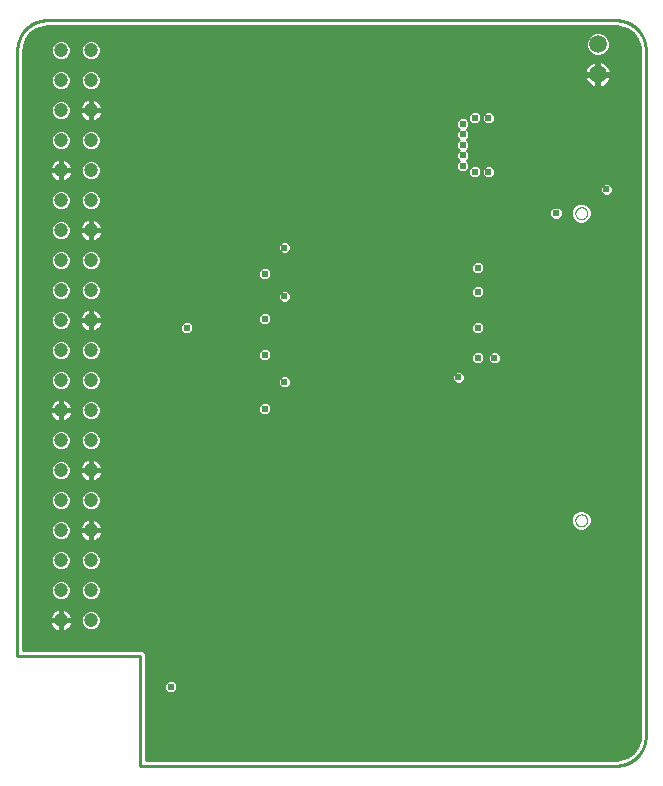
<source format=gbl>
G75*
%MOIN*%
%OFA0B0*%
%FSLAX25Y25*%
%IPPOS*%
%LPD*%
%AMOC8*
5,1,8,0,0,1.08239X$1,22.5*
%
%ADD10C,0.01000*%
%ADD11C,0.04724*%
%ADD12C,0.00000*%
%ADD13C,0.05906*%
%ADD14C,0.02400*%
%ADD15C,0.03200*%
D10*
X0001500Y0038000D02*
X0042500Y0038000D01*
X0042500Y0001500D01*
X0201000Y0001500D01*
X0201000Y0003500D02*
X0044500Y0003500D01*
X0044500Y0038828D01*
X0043328Y0040000D01*
X0041672Y0040000D01*
X0003500Y0040000D01*
X0003500Y0240000D01*
X0003598Y0241251D01*
X0004372Y0243632D01*
X0005843Y0245657D01*
X0007868Y0247128D01*
X0010249Y0247902D01*
X0011500Y0248000D01*
X0201000Y0248000D01*
X0202251Y0247902D01*
X0204632Y0247128D01*
X0206657Y0245657D01*
X0208128Y0243632D01*
X0208902Y0241251D01*
X0209000Y0240000D01*
X0209000Y0011500D01*
X0208902Y0010249D01*
X0208128Y0007868D01*
X0206657Y0005843D01*
X0204632Y0004372D01*
X0202251Y0003598D01*
X0201000Y0003500D01*
X0204802Y0004496D02*
X0044500Y0004496D01*
X0044500Y0005494D02*
X0206176Y0005494D01*
X0207129Y0006493D02*
X0044500Y0006493D01*
X0044500Y0007491D02*
X0207854Y0007491D01*
X0208330Y0008490D02*
X0044500Y0008490D01*
X0044500Y0009488D02*
X0208654Y0009488D01*
X0208920Y0010487D02*
X0044500Y0010487D01*
X0044500Y0011485D02*
X0208999Y0011485D01*
X0209000Y0012484D02*
X0044500Y0012484D01*
X0044500Y0013482D02*
X0209000Y0013482D01*
X0209000Y0014481D02*
X0044500Y0014481D01*
X0044500Y0015479D02*
X0209000Y0015479D01*
X0209000Y0016478D02*
X0044500Y0016478D01*
X0044500Y0017476D02*
X0209000Y0017476D01*
X0209000Y0018475D02*
X0044500Y0018475D01*
X0044500Y0019473D02*
X0209000Y0019473D01*
X0209000Y0020472D02*
X0044500Y0020472D01*
X0044500Y0021470D02*
X0209000Y0021470D01*
X0209000Y0022469D02*
X0044500Y0022469D01*
X0044500Y0023467D02*
X0209000Y0023467D01*
X0209000Y0024466D02*
X0044500Y0024466D01*
X0044500Y0025464D02*
X0209000Y0025464D01*
X0209000Y0026463D02*
X0054474Y0026463D01*
X0054900Y0026889D02*
X0053611Y0025600D01*
X0051789Y0025600D01*
X0050500Y0026889D01*
X0050500Y0028711D01*
X0051789Y0030000D01*
X0053611Y0030000D01*
X0054900Y0028711D01*
X0054900Y0026889D01*
X0054900Y0027461D02*
X0209000Y0027461D01*
X0209000Y0028460D02*
X0054900Y0028460D01*
X0054153Y0029458D02*
X0209000Y0029458D01*
X0209000Y0030457D02*
X0044500Y0030457D01*
X0044500Y0031455D02*
X0209000Y0031455D01*
X0209000Y0032454D02*
X0044500Y0032454D01*
X0044500Y0033452D02*
X0209000Y0033452D01*
X0209000Y0034451D02*
X0044500Y0034451D01*
X0044500Y0035449D02*
X0209000Y0035449D01*
X0209000Y0036448D02*
X0044500Y0036448D01*
X0044500Y0037446D02*
X0209000Y0037446D01*
X0209000Y0038445D02*
X0044500Y0038445D01*
X0043885Y0039443D02*
X0209000Y0039443D01*
X0209000Y0040442D02*
X0003500Y0040442D01*
X0003500Y0041440D02*
X0209000Y0041440D01*
X0209000Y0042439D02*
X0003500Y0042439D01*
X0003500Y0043437D02*
X0209000Y0043437D01*
X0209000Y0044436D02*
X0003500Y0044436D01*
X0003500Y0045434D02*
X0209000Y0045434D01*
X0209000Y0046433D02*
X0017481Y0046433D01*
X0017829Y0046577D02*
X0018462Y0047000D01*
X0019000Y0047538D01*
X0019423Y0048171D01*
X0019714Y0048873D01*
X0019862Y0049620D01*
X0019862Y0049713D01*
X0016287Y0049713D01*
X0016287Y0046138D01*
X0016380Y0046138D01*
X0017127Y0046286D01*
X0017829Y0046577D01*
X0018894Y0047432D02*
X0023814Y0047432D01*
X0024095Y0047150D02*
X0025331Y0046638D01*
X0026669Y0046638D01*
X0027905Y0047150D01*
X0028850Y0048095D01*
X0029362Y0049331D01*
X0029362Y0050669D01*
X0028850Y0051905D01*
X0027905Y0052850D01*
X0026669Y0053362D01*
X0025331Y0053362D01*
X0024095Y0052850D01*
X0023150Y0051905D01*
X0022638Y0050669D01*
X0022638Y0049331D01*
X0023150Y0048095D01*
X0024095Y0047150D01*
X0023011Y0048430D02*
X0019530Y0048430D01*
X0019824Y0049429D02*
X0022638Y0049429D01*
X0022638Y0050427D02*
X0019853Y0050427D01*
X0019862Y0050380D02*
X0019714Y0051127D01*
X0019423Y0051829D01*
X0019000Y0052462D01*
X0018462Y0053000D01*
X0017829Y0053423D01*
X0017127Y0053714D01*
X0016380Y0053862D01*
X0016287Y0053862D01*
X0016287Y0050287D01*
X0015713Y0050287D01*
X0015713Y0049713D01*
X0012138Y0049713D01*
X0012138Y0049620D01*
X0012286Y0048873D01*
X0012577Y0048171D01*
X0013000Y0047538D01*
X0013538Y0047000D01*
X0014171Y0046577D01*
X0014873Y0046286D01*
X0015620Y0046138D01*
X0015713Y0046138D01*
X0015713Y0049713D01*
X0016287Y0049713D01*
X0016287Y0050287D01*
X0019862Y0050287D01*
X0019862Y0050380D01*
X0019590Y0051426D02*
X0022951Y0051426D01*
X0023669Y0052424D02*
X0019025Y0052424D01*
X0017829Y0053423D02*
X0209000Y0053423D01*
X0209000Y0054421D02*
X0003500Y0054421D01*
X0003500Y0053423D02*
X0014171Y0053423D01*
X0013538Y0053000D01*
X0013000Y0052462D01*
X0012577Y0051829D01*
X0012286Y0051127D01*
X0012138Y0050380D01*
X0012138Y0050287D01*
X0015713Y0050287D01*
X0015713Y0053862D01*
X0015620Y0053862D01*
X0014873Y0053714D01*
X0014171Y0053423D01*
X0015713Y0053423D02*
X0016287Y0053423D01*
X0016287Y0052424D02*
X0015713Y0052424D01*
X0015713Y0051426D02*
X0016287Y0051426D01*
X0016287Y0050427D02*
X0015713Y0050427D01*
X0015713Y0049429D02*
X0016287Y0049429D01*
X0016287Y0048430D02*
X0015713Y0048430D01*
X0015713Y0047432D02*
X0016287Y0047432D01*
X0016287Y0046433D02*
X0015713Y0046433D01*
X0014519Y0046433D02*
X0003500Y0046433D01*
X0003500Y0047432D02*
X0013106Y0047432D01*
X0012470Y0048430D02*
X0003500Y0048430D01*
X0003500Y0049429D02*
X0012176Y0049429D01*
X0012147Y0050427D02*
X0003500Y0050427D01*
X0003500Y0051426D02*
X0012410Y0051426D01*
X0012975Y0052424D02*
X0003500Y0052424D01*
X0003500Y0055420D02*
X0209000Y0055420D01*
X0209000Y0056418D02*
X0003500Y0056418D01*
X0003500Y0057417D02*
X0013828Y0057417D01*
X0014095Y0057150D02*
X0015331Y0056638D01*
X0016669Y0056638D01*
X0017905Y0057150D01*
X0018850Y0058095D01*
X0019362Y0059331D01*
X0019362Y0060669D01*
X0018850Y0061905D01*
X0017905Y0062850D01*
X0016669Y0063362D01*
X0015331Y0063362D01*
X0014095Y0062850D01*
X0013150Y0061905D01*
X0012638Y0060669D01*
X0012638Y0059331D01*
X0013150Y0058095D01*
X0014095Y0057150D01*
X0013017Y0058415D02*
X0003500Y0058415D01*
X0003500Y0059414D02*
X0012638Y0059414D01*
X0012638Y0060412D02*
X0003500Y0060412D01*
X0003500Y0061411D02*
X0012945Y0061411D01*
X0013654Y0062409D02*
X0003500Y0062409D01*
X0003500Y0063408D02*
X0209000Y0063408D01*
X0209000Y0064406D02*
X0003500Y0064406D01*
X0003500Y0065405D02*
X0209000Y0065405D01*
X0209000Y0066403D02*
X0003500Y0066403D01*
X0003500Y0067402D02*
X0013843Y0067402D01*
X0014095Y0067150D02*
X0015331Y0066638D01*
X0016669Y0066638D01*
X0017905Y0067150D01*
X0018850Y0068095D01*
X0019362Y0069331D01*
X0019362Y0070669D01*
X0018850Y0071905D01*
X0017905Y0072850D01*
X0016669Y0073362D01*
X0015331Y0073362D01*
X0014095Y0072850D01*
X0013150Y0071905D01*
X0012638Y0070669D01*
X0012638Y0069331D01*
X0013150Y0068095D01*
X0014095Y0067150D01*
X0013023Y0068400D02*
X0003500Y0068400D01*
X0003500Y0069399D02*
X0012638Y0069399D01*
X0012638Y0070397D02*
X0003500Y0070397D01*
X0003500Y0071396D02*
X0012939Y0071396D01*
X0013639Y0072394D02*
X0003500Y0072394D01*
X0003500Y0073393D02*
X0209000Y0073393D01*
X0209000Y0074391D02*
X0003500Y0074391D01*
X0003500Y0075390D02*
X0209000Y0075390D01*
X0209000Y0076388D02*
X0027373Y0076388D01*
X0027127Y0076286D02*
X0027829Y0076577D01*
X0028462Y0077000D01*
X0029000Y0077538D01*
X0029423Y0078171D01*
X0029714Y0078873D01*
X0029862Y0079620D01*
X0029862Y0079713D01*
X0026287Y0079713D01*
X0026287Y0076138D01*
X0026380Y0076138D01*
X0027127Y0076286D01*
X0026287Y0076388D02*
X0025713Y0076388D01*
X0025713Y0076138D02*
X0025713Y0079713D01*
X0022138Y0079713D01*
X0022138Y0079620D01*
X0022286Y0078873D01*
X0022577Y0078171D01*
X0023000Y0077538D01*
X0023538Y0077000D01*
X0024171Y0076577D01*
X0024873Y0076286D01*
X0025620Y0076138D01*
X0025713Y0076138D01*
X0024627Y0076388D02*
X0003500Y0076388D01*
X0003500Y0077387D02*
X0013858Y0077387D01*
X0014095Y0077150D02*
X0015331Y0076638D01*
X0016669Y0076638D01*
X0017905Y0077150D01*
X0018850Y0078095D01*
X0019362Y0079331D01*
X0019362Y0080669D01*
X0018850Y0081905D01*
X0017905Y0082850D01*
X0016669Y0083362D01*
X0015331Y0083362D01*
X0014095Y0082850D01*
X0013150Y0081905D01*
X0012638Y0080669D01*
X0012638Y0079331D01*
X0013150Y0078095D01*
X0014095Y0077150D01*
X0013030Y0078385D02*
X0003500Y0078385D01*
X0003500Y0079384D02*
X0012638Y0079384D01*
X0012638Y0080382D02*
X0003500Y0080382D01*
X0003500Y0081381D02*
X0012933Y0081381D01*
X0013625Y0082379D02*
X0003500Y0082379D01*
X0003500Y0083378D02*
X0024104Y0083378D01*
X0024171Y0083423D02*
X0023538Y0083000D01*
X0023000Y0082462D01*
X0022577Y0081829D01*
X0022286Y0081127D01*
X0022138Y0080380D01*
X0022138Y0080287D01*
X0025713Y0080287D01*
X0025713Y0079713D01*
X0026287Y0079713D01*
X0026287Y0080287D01*
X0025713Y0080287D01*
X0025713Y0083862D01*
X0025620Y0083862D01*
X0024873Y0083714D01*
X0024171Y0083423D01*
X0025713Y0083378D02*
X0026287Y0083378D01*
X0026287Y0083862D02*
X0026287Y0080287D01*
X0029862Y0080287D01*
X0029862Y0080380D01*
X0029714Y0081127D01*
X0029423Y0081829D01*
X0029000Y0082462D01*
X0028462Y0083000D01*
X0027829Y0083423D01*
X0027127Y0083714D01*
X0026380Y0083862D01*
X0026287Y0083862D01*
X0026287Y0082379D02*
X0025713Y0082379D01*
X0025713Y0081381D02*
X0026287Y0081381D01*
X0026287Y0080382D02*
X0025713Y0080382D01*
X0025713Y0079384D02*
X0026287Y0079384D01*
X0026287Y0078385D02*
X0025713Y0078385D01*
X0025713Y0077387D02*
X0026287Y0077387D01*
X0028849Y0077387D02*
X0209000Y0077387D01*
X0209000Y0078385D02*
X0029512Y0078385D01*
X0029815Y0079384D02*
X0209000Y0079384D01*
X0209000Y0080382D02*
X0191469Y0080382D01*
X0191465Y0080378D02*
X0192440Y0081354D01*
X0192968Y0082629D01*
X0192968Y0084009D01*
X0192440Y0085284D01*
X0191465Y0086259D01*
X0190190Y0086787D01*
X0188810Y0086787D01*
X0187535Y0086259D01*
X0186560Y0085284D01*
X0186031Y0084009D01*
X0186031Y0082629D01*
X0186560Y0081354D01*
X0187535Y0080378D01*
X0188810Y0079850D01*
X0190190Y0079850D01*
X0191465Y0080378D01*
X0192452Y0081381D02*
X0209000Y0081381D01*
X0209000Y0082379D02*
X0192865Y0082379D01*
X0192968Y0083378D02*
X0209000Y0083378D01*
X0209000Y0084376D02*
X0192816Y0084376D01*
X0192349Y0085375D02*
X0209000Y0085375D01*
X0209000Y0086373D02*
X0191189Y0086373D01*
X0187811Y0086373D02*
X0003500Y0086373D01*
X0003500Y0085375D02*
X0186651Y0085375D01*
X0186184Y0084376D02*
X0003500Y0084376D01*
X0003500Y0087372D02*
X0013873Y0087372D01*
X0014095Y0087150D02*
X0015331Y0086638D01*
X0016669Y0086638D01*
X0017905Y0087150D01*
X0018850Y0088095D01*
X0019362Y0089331D01*
X0019362Y0090669D01*
X0018850Y0091905D01*
X0017905Y0092850D01*
X0016669Y0093362D01*
X0015331Y0093362D01*
X0014095Y0092850D01*
X0013150Y0091905D01*
X0012638Y0090669D01*
X0012638Y0089331D01*
X0013150Y0088095D01*
X0014095Y0087150D01*
X0013036Y0088370D02*
X0003500Y0088370D01*
X0003500Y0089369D02*
X0012638Y0089369D01*
X0012638Y0090368D02*
X0003500Y0090368D01*
X0003500Y0091366D02*
X0012927Y0091366D01*
X0013610Y0092365D02*
X0003500Y0092365D01*
X0003500Y0093363D02*
X0209000Y0093363D01*
X0209000Y0092365D02*
X0028390Y0092365D01*
X0028850Y0091905D02*
X0027905Y0092850D01*
X0026669Y0093362D01*
X0025331Y0093362D01*
X0024095Y0092850D01*
X0023150Y0091905D01*
X0022638Y0090669D01*
X0022638Y0089331D01*
X0023150Y0088095D01*
X0024095Y0087150D01*
X0025331Y0086638D01*
X0026669Y0086638D01*
X0027905Y0087150D01*
X0028850Y0088095D01*
X0029362Y0089331D01*
X0029362Y0090669D01*
X0028850Y0091905D01*
X0029073Y0091366D02*
X0209000Y0091366D01*
X0209000Y0090368D02*
X0029362Y0090368D01*
X0029362Y0089369D02*
X0209000Y0089369D01*
X0209000Y0088370D02*
X0028964Y0088370D01*
X0028127Y0087372D02*
X0209000Y0087372D01*
X0209000Y0094362D02*
X0003500Y0094362D01*
X0003500Y0095360D02*
X0209000Y0095360D01*
X0209000Y0096359D02*
X0027301Y0096359D01*
X0027127Y0096286D02*
X0027829Y0096577D01*
X0028462Y0097000D01*
X0029000Y0097538D01*
X0029423Y0098171D01*
X0029714Y0098873D01*
X0029862Y0099620D01*
X0029862Y0099713D01*
X0026287Y0099713D01*
X0026287Y0096138D01*
X0026380Y0096138D01*
X0027127Y0096286D01*
X0026287Y0096359D02*
X0025713Y0096359D01*
X0025713Y0096138D02*
X0025713Y0099713D01*
X0022138Y0099713D01*
X0022138Y0099620D01*
X0022286Y0098873D01*
X0022577Y0098171D01*
X0023000Y0097538D01*
X0023538Y0097000D01*
X0024171Y0096577D01*
X0024873Y0096286D01*
X0025620Y0096138D01*
X0025713Y0096138D01*
X0024699Y0096359D02*
X0003500Y0096359D01*
X0003500Y0097357D02*
X0013888Y0097357D01*
X0014095Y0097150D02*
X0015331Y0096638D01*
X0016669Y0096638D01*
X0017905Y0097150D01*
X0018850Y0098095D01*
X0019362Y0099331D01*
X0019362Y0100669D01*
X0018850Y0101905D01*
X0017905Y0102850D01*
X0016669Y0103362D01*
X0015331Y0103362D01*
X0014095Y0102850D01*
X0013150Y0101905D01*
X0012638Y0100669D01*
X0012638Y0099331D01*
X0013150Y0098095D01*
X0014095Y0097150D01*
X0013042Y0098356D02*
X0003500Y0098356D01*
X0003500Y0099354D02*
X0012638Y0099354D01*
X0012638Y0100353D02*
X0003500Y0100353D01*
X0003500Y0101351D02*
X0012920Y0101351D01*
X0013595Y0102350D02*
X0003500Y0102350D01*
X0003500Y0103348D02*
X0015297Y0103348D01*
X0016703Y0103348D02*
X0024059Y0103348D01*
X0024171Y0103423D02*
X0023538Y0103000D01*
X0023000Y0102462D01*
X0022577Y0101829D01*
X0022286Y0101127D01*
X0022138Y0100380D01*
X0022138Y0100287D01*
X0025713Y0100287D01*
X0025713Y0099713D01*
X0026287Y0099713D01*
X0026287Y0100287D01*
X0025713Y0100287D01*
X0025713Y0103862D01*
X0025620Y0103862D01*
X0024873Y0103714D01*
X0024171Y0103423D01*
X0025713Y0103348D02*
X0026287Y0103348D01*
X0026287Y0103862D02*
X0026287Y0100287D01*
X0029862Y0100287D01*
X0029862Y0100380D01*
X0029714Y0101127D01*
X0029423Y0101829D01*
X0029000Y0102462D01*
X0028462Y0103000D01*
X0027829Y0103423D01*
X0027127Y0103714D01*
X0026380Y0103862D01*
X0026287Y0103862D01*
X0026287Y0102350D02*
X0025713Y0102350D01*
X0025713Y0101351D02*
X0026287Y0101351D01*
X0026287Y0100353D02*
X0025713Y0100353D01*
X0025713Y0099354D02*
X0026287Y0099354D01*
X0026287Y0098356D02*
X0025713Y0098356D01*
X0025713Y0097357D02*
X0026287Y0097357D01*
X0028819Y0097357D02*
X0209000Y0097357D01*
X0209000Y0098356D02*
X0029499Y0098356D01*
X0029809Y0099354D02*
X0209000Y0099354D01*
X0209000Y0100353D02*
X0029862Y0100353D01*
X0029621Y0101351D02*
X0209000Y0101351D01*
X0209000Y0102350D02*
X0029075Y0102350D01*
X0027941Y0103348D02*
X0209000Y0103348D01*
X0209000Y0104347D02*
X0003500Y0104347D01*
X0003500Y0105345D02*
X0209000Y0105345D01*
X0209000Y0106344D02*
X0003500Y0106344D01*
X0003500Y0107342D02*
X0013903Y0107342D01*
X0014095Y0107150D02*
X0015331Y0106638D01*
X0016669Y0106638D01*
X0017905Y0107150D01*
X0018850Y0108095D01*
X0019362Y0109331D01*
X0019362Y0110669D01*
X0018850Y0111905D01*
X0017905Y0112850D01*
X0016669Y0113362D01*
X0015331Y0113362D01*
X0014095Y0112850D01*
X0013150Y0111905D01*
X0012638Y0110669D01*
X0012638Y0109331D01*
X0013150Y0108095D01*
X0014095Y0107150D01*
X0013048Y0108341D02*
X0003500Y0108341D01*
X0003500Y0109339D02*
X0012638Y0109339D01*
X0012638Y0110338D02*
X0003500Y0110338D01*
X0003500Y0111336D02*
X0012914Y0111336D01*
X0013580Y0112335D02*
X0003500Y0112335D01*
X0003500Y0113333D02*
X0015261Y0113333D01*
X0016739Y0113333D02*
X0025261Y0113333D01*
X0025331Y0113362D02*
X0024095Y0112850D01*
X0023150Y0111905D01*
X0022638Y0110669D01*
X0022638Y0109331D01*
X0023150Y0108095D01*
X0024095Y0107150D01*
X0025331Y0106638D01*
X0026669Y0106638D01*
X0027905Y0107150D01*
X0028850Y0108095D01*
X0029362Y0109331D01*
X0029362Y0110669D01*
X0028850Y0111905D01*
X0027905Y0112850D01*
X0026669Y0113362D01*
X0025331Y0113362D01*
X0026739Y0113333D02*
X0209000Y0113333D01*
X0209000Y0112335D02*
X0028420Y0112335D01*
X0029086Y0111336D02*
X0209000Y0111336D01*
X0209000Y0110338D02*
X0029362Y0110338D01*
X0029362Y0109339D02*
X0209000Y0109339D01*
X0209000Y0108341D02*
X0028952Y0108341D01*
X0028097Y0107342D02*
X0209000Y0107342D01*
X0209000Y0114332D02*
X0003500Y0114332D01*
X0003500Y0115330D02*
X0209000Y0115330D01*
X0209000Y0116329D02*
X0017229Y0116329D01*
X0017127Y0116286D02*
X0017829Y0116577D01*
X0018462Y0117000D01*
X0019000Y0117538D01*
X0019423Y0118171D01*
X0019714Y0118873D01*
X0019862Y0119620D01*
X0019862Y0119713D01*
X0016287Y0119713D01*
X0016287Y0116138D01*
X0016380Y0116138D01*
X0017127Y0116286D01*
X0016287Y0116329D02*
X0015713Y0116329D01*
X0015713Y0116138D02*
X0015713Y0119713D01*
X0012138Y0119713D01*
X0012138Y0119620D01*
X0012286Y0118873D01*
X0012577Y0118171D01*
X0013000Y0117538D01*
X0013538Y0117000D01*
X0014171Y0116577D01*
X0014873Y0116286D01*
X0015620Y0116138D01*
X0015713Y0116138D01*
X0014771Y0116329D02*
X0003500Y0116329D01*
X0003500Y0117327D02*
X0013211Y0117327D01*
X0012513Y0118326D02*
X0003500Y0118326D01*
X0003500Y0119324D02*
X0012197Y0119324D01*
X0012138Y0120287D02*
X0015713Y0120287D01*
X0015713Y0119713D01*
X0016287Y0119713D01*
X0016287Y0120287D01*
X0015713Y0120287D01*
X0015713Y0123862D01*
X0015620Y0123862D01*
X0014873Y0123714D01*
X0014171Y0123423D01*
X0013538Y0123000D01*
X0013000Y0122462D01*
X0012577Y0121829D01*
X0012286Y0121127D01*
X0012138Y0120380D01*
X0012138Y0120287D01*
X0012138Y0120323D02*
X0003500Y0120323D01*
X0003500Y0121321D02*
X0012367Y0121321D01*
X0012905Y0122320D02*
X0003500Y0122320D01*
X0003500Y0123318D02*
X0014015Y0123318D01*
X0015713Y0123318D02*
X0016287Y0123318D01*
X0016287Y0123862D02*
X0016287Y0120287D01*
X0019862Y0120287D01*
X0019862Y0120380D01*
X0019714Y0121127D01*
X0019423Y0121829D01*
X0019000Y0122462D01*
X0018462Y0123000D01*
X0017829Y0123423D01*
X0017127Y0123714D01*
X0016380Y0123862D01*
X0016287Y0123862D01*
X0016287Y0122320D02*
X0015713Y0122320D01*
X0015713Y0121321D02*
X0016287Y0121321D01*
X0016287Y0120323D02*
X0015713Y0120323D01*
X0015713Y0119324D02*
X0016287Y0119324D01*
X0016287Y0118326D02*
X0015713Y0118326D01*
X0015713Y0117327D02*
X0016287Y0117327D01*
X0018789Y0117327D02*
X0023918Y0117327D01*
X0024095Y0117150D02*
X0025331Y0116638D01*
X0026669Y0116638D01*
X0027905Y0117150D01*
X0028850Y0118095D01*
X0029362Y0119331D01*
X0029362Y0120669D01*
X0028850Y0121905D01*
X0027905Y0122850D01*
X0026669Y0123362D01*
X0025331Y0123362D01*
X0024095Y0122850D01*
X0023150Y0121905D01*
X0022638Y0120669D01*
X0022638Y0119331D01*
X0023150Y0118095D01*
X0024095Y0117150D01*
X0023054Y0118326D02*
X0019487Y0118326D01*
X0019803Y0119324D02*
X0022641Y0119324D01*
X0022638Y0120323D02*
X0019862Y0120323D01*
X0019633Y0121321D02*
X0022908Y0121321D01*
X0023565Y0122320D02*
X0019095Y0122320D01*
X0017985Y0123318D02*
X0025225Y0123318D01*
X0026775Y0123318D02*
X0209000Y0123318D01*
X0209000Y0122320D02*
X0085291Y0122320D01*
X0084911Y0122700D02*
X0086200Y0121411D01*
X0086200Y0119589D01*
X0084911Y0118300D01*
X0083089Y0118300D01*
X0081800Y0119589D01*
X0081800Y0121411D01*
X0083089Y0122700D01*
X0084911Y0122700D01*
X0086200Y0121321D02*
X0209000Y0121321D01*
X0209000Y0120323D02*
X0086200Y0120323D01*
X0085936Y0119324D02*
X0209000Y0119324D01*
X0209000Y0118326D02*
X0084937Y0118326D01*
X0083063Y0118326D02*
X0028946Y0118326D01*
X0029359Y0119324D02*
X0082064Y0119324D01*
X0081800Y0120323D02*
X0029362Y0120323D01*
X0029092Y0121321D02*
X0081800Y0121321D01*
X0082709Y0122320D02*
X0028435Y0122320D01*
X0026669Y0126638D02*
X0025331Y0126638D01*
X0024095Y0127150D01*
X0023150Y0128095D01*
X0022638Y0129331D01*
X0022638Y0130669D01*
X0023150Y0131905D01*
X0024095Y0132850D01*
X0025331Y0133362D01*
X0026669Y0133362D01*
X0027905Y0132850D01*
X0028850Y0131905D01*
X0029362Y0130669D01*
X0029362Y0129331D01*
X0028850Y0128095D01*
X0027905Y0127150D01*
X0026669Y0126638D01*
X0028067Y0127312D02*
X0089576Y0127312D01*
X0089589Y0127300D02*
X0091411Y0127300D01*
X0092700Y0128589D01*
X0092700Y0130411D01*
X0091411Y0131700D01*
X0089589Y0131700D01*
X0088300Y0130411D01*
X0088300Y0128589D01*
X0089589Y0127300D01*
X0088578Y0128311D02*
X0028940Y0128311D01*
X0029353Y0129309D02*
X0088300Y0129309D01*
X0088300Y0130308D02*
X0029362Y0130308D01*
X0029098Y0131306D02*
X0089195Y0131306D01*
X0091805Y0131306D02*
X0146300Y0131306D01*
X0146300Y0131911D02*
X0146300Y0130089D01*
X0147589Y0128800D01*
X0149411Y0128800D01*
X0150700Y0130089D01*
X0150700Y0131911D01*
X0149411Y0133200D01*
X0147589Y0133200D01*
X0146300Y0131911D01*
X0146694Y0132305D02*
X0028450Y0132305D01*
X0026811Y0133303D02*
X0209000Y0133303D01*
X0209000Y0132305D02*
X0150306Y0132305D01*
X0150700Y0131306D02*
X0209000Y0131306D01*
X0209000Y0130308D02*
X0150700Y0130308D01*
X0149921Y0129309D02*
X0209000Y0129309D01*
X0209000Y0128311D02*
X0092422Y0128311D01*
X0092700Y0129309D02*
X0147079Y0129309D01*
X0146300Y0130308D02*
X0092700Y0130308D01*
X0091424Y0127312D02*
X0209000Y0127312D01*
X0209000Y0126314D02*
X0003500Y0126314D01*
X0003500Y0127312D02*
X0013933Y0127312D01*
X0014095Y0127150D02*
X0015331Y0126638D01*
X0016669Y0126638D01*
X0017905Y0127150D01*
X0018850Y0128095D01*
X0019362Y0129331D01*
X0019362Y0130669D01*
X0018850Y0131905D01*
X0017905Y0132850D01*
X0016669Y0133362D01*
X0015331Y0133362D01*
X0014095Y0132850D01*
X0013150Y0131905D01*
X0012638Y0130669D01*
X0012638Y0129331D01*
X0013150Y0128095D01*
X0014095Y0127150D01*
X0013060Y0128311D02*
X0003500Y0128311D01*
X0003500Y0129309D02*
X0012647Y0129309D01*
X0012638Y0130308D02*
X0003500Y0130308D01*
X0003500Y0131306D02*
X0012902Y0131306D01*
X0013550Y0132305D02*
X0003500Y0132305D01*
X0003500Y0133303D02*
X0015189Y0133303D01*
X0016811Y0133303D02*
X0025189Y0133303D01*
X0023550Y0132305D02*
X0018450Y0132305D01*
X0019098Y0131306D02*
X0022902Y0131306D01*
X0022638Y0130308D02*
X0019362Y0130308D01*
X0019353Y0129309D02*
X0022647Y0129309D01*
X0023060Y0128311D02*
X0018940Y0128311D01*
X0018067Y0127312D02*
X0023933Y0127312D01*
X0025331Y0136638D02*
X0026669Y0136638D01*
X0027905Y0137150D01*
X0028850Y0138095D01*
X0029362Y0139331D01*
X0029362Y0140669D01*
X0028850Y0141905D01*
X0027905Y0142850D01*
X0026669Y0143362D01*
X0025331Y0143362D01*
X0024095Y0142850D01*
X0023150Y0141905D01*
X0022638Y0140669D01*
X0022638Y0139331D01*
X0023150Y0138095D01*
X0024095Y0137150D01*
X0025331Y0136638D01*
X0023948Y0137298D02*
X0018052Y0137298D01*
X0017905Y0137150D02*
X0018850Y0138095D01*
X0019362Y0139331D01*
X0019362Y0140669D01*
X0018850Y0141905D01*
X0017905Y0142850D01*
X0016669Y0143362D01*
X0015331Y0143362D01*
X0014095Y0142850D01*
X0013150Y0141905D01*
X0012638Y0140669D01*
X0012638Y0139331D01*
X0013150Y0138095D01*
X0014095Y0137150D01*
X0015331Y0136638D01*
X0016669Y0136638D01*
X0017905Y0137150D01*
X0018933Y0138296D02*
X0023067Y0138296D01*
X0022653Y0139295D02*
X0019347Y0139295D01*
X0019362Y0140293D02*
X0022638Y0140293D01*
X0022896Y0141292D02*
X0019104Y0141292D01*
X0018465Y0142290D02*
X0023535Y0142290D01*
X0025154Y0143289D02*
X0016846Y0143289D01*
X0015154Y0143289D02*
X0003500Y0143289D01*
X0003500Y0144287D02*
X0209000Y0144287D01*
X0209000Y0143289D02*
X0026846Y0143289D01*
X0028465Y0142290D02*
X0209000Y0142290D01*
X0209000Y0141292D02*
X0029104Y0141292D01*
X0029362Y0140293D02*
X0082682Y0140293D01*
X0083089Y0140700D02*
X0081800Y0139411D01*
X0081800Y0137589D01*
X0083089Y0136300D01*
X0084911Y0136300D01*
X0086200Y0137589D01*
X0086200Y0139411D01*
X0084911Y0140700D01*
X0083089Y0140700D01*
X0081800Y0139295D02*
X0029347Y0139295D01*
X0028933Y0138296D02*
X0081800Y0138296D01*
X0082091Y0137298D02*
X0028052Y0137298D01*
X0026380Y0146138D02*
X0027127Y0146286D01*
X0027829Y0146577D01*
X0028462Y0147000D01*
X0029000Y0147538D01*
X0029423Y0148171D01*
X0029714Y0148873D01*
X0029862Y0149620D01*
X0029862Y0149713D01*
X0026287Y0149713D01*
X0026287Y0146138D01*
X0026380Y0146138D01*
X0026287Y0146284D02*
X0025713Y0146284D01*
X0025713Y0146138D02*
X0025713Y0149713D01*
X0022138Y0149713D01*
X0022138Y0149620D01*
X0022286Y0148873D01*
X0022577Y0148171D01*
X0023000Y0147538D01*
X0023538Y0147000D01*
X0024171Y0146577D01*
X0024873Y0146286D01*
X0025620Y0146138D01*
X0025713Y0146138D01*
X0024884Y0146284D02*
X0003500Y0146284D01*
X0003500Y0145286D02*
X0209000Y0145286D01*
X0209000Y0146284D02*
X0156895Y0146284D01*
X0157200Y0146589D02*
X0155911Y0145300D01*
X0154089Y0145300D01*
X0152800Y0146589D01*
X0152800Y0148411D01*
X0154089Y0149700D01*
X0155911Y0149700D01*
X0157200Y0148411D01*
X0157200Y0146589D01*
X0157200Y0147283D02*
X0209000Y0147283D01*
X0209000Y0148281D02*
X0157200Y0148281D01*
X0156332Y0149280D02*
X0209000Y0149280D01*
X0209000Y0150278D02*
X0086200Y0150278D01*
X0086200Y0149589D02*
X0084911Y0148300D01*
X0083089Y0148300D01*
X0081800Y0149589D01*
X0081800Y0151411D01*
X0083089Y0152700D01*
X0084911Y0152700D01*
X0086200Y0151411D01*
X0086200Y0149589D01*
X0085891Y0149280D02*
X0153668Y0149280D01*
X0152800Y0148281D02*
X0060200Y0148281D01*
X0060200Y0148411D02*
X0060200Y0146589D01*
X0058911Y0145300D01*
X0057089Y0145300D01*
X0055800Y0146589D01*
X0055800Y0148411D01*
X0057089Y0149700D01*
X0058911Y0149700D01*
X0060200Y0148411D01*
X0060200Y0147283D02*
X0152800Y0147283D01*
X0153105Y0146284D02*
X0059895Y0146284D01*
X0059332Y0149280D02*
X0082109Y0149280D01*
X0081800Y0150278D02*
X0026287Y0150278D01*
X0026287Y0150287D02*
X0029862Y0150287D01*
X0029862Y0150380D01*
X0029714Y0151127D01*
X0029423Y0151829D01*
X0029000Y0152462D01*
X0028462Y0153000D01*
X0027829Y0153423D01*
X0027127Y0153714D01*
X0026380Y0153862D01*
X0026287Y0153862D01*
X0026287Y0150287D01*
X0025713Y0150287D01*
X0025713Y0149713D01*
X0026287Y0149713D01*
X0026287Y0150287D01*
X0025713Y0150287D02*
X0025713Y0153862D01*
X0025620Y0153862D01*
X0024873Y0153714D01*
X0024171Y0153423D01*
X0023538Y0153000D01*
X0023000Y0152462D01*
X0022577Y0151829D01*
X0022286Y0151127D01*
X0022138Y0150380D01*
X0022138Y0150287D01*
X0025713Y0150287D01*
X0025713Y0150278D02*
X0019362Y0150278D01*
X0019362Y0150669D02*
X0018850Y0151905D01*
X0017905Y0152850D01*
X0016669Y0153362D01*
X0015331Y0153362D01*
X0014095Y0152850D01*
X0013150Y0151905D01*
X0012638Y0150669D01*
X0012638Y0149331D01*
X0013150Y0148095D01*
X0014095Y0147150D01*
X0015331Y0146638D01*
X0016669Y0146638D01*
X0017905Y0147150D01*
X0018850Y0148095D01*
X0019362Y0149331D01*
X0019362Y0150669D01*
X0019110Y0151277D02*
X0022348Y0151277D01*
X0022875Y0152275D02*
X0018480Y0152275D01*
X0016882Y0153274D02*
X0023948Y0153274D01*
X0025713Y0153274D02*
X0026287Y0153274D01*
X0026287Y0152275D02*
X0025713Y0152275D01*
X0025713Y0151277D02*
X0026287Y0151277D01*
X0026287Y0149280D02*
X0025713Y0149280D01*
X0025713Y0148281D02*
X0026287Y0148281D01*
X0026287Y0147283D02*
X0025713Y0147283D01*
X0027116Y0146284D02*
X0056105Y0146284D01*
X0055800Y0147283D02*
X0028745Y0147283D01*
X0029468Y0148281D02*
X0055800Y0148281D01*
X0056668Y0149280D02*
X0029795Y0149280D01*
X0029652Y0151277D02*
X0081800Y0151277D01*
X0082664Y0152275D02*
X0029125Y0152275D01*
X0028052Y0153274D02*
X0209000Y0153274D01*
X0209000Y0154272D02*
X0003500Y0154272D01*
X0003500Y0153274D02*
X0015118Y0153274D01*
X0013520Y0152275D02*
X0003500Y0152275D01*
X0003500Y0151277D02*
X0012890Y0151277D01*
X0012638Y0150278D02*
X0003500Y0150278D01*
X0003500Y0149280D02*
X0012659Y0149280D01*
X0013073Y0148281D02*
X0003500Y0148281D01*
X0003500Y0147283D02*
X0013962Y0147283D01*
X0018038Y0147283D02*
X0023255Y0147283D01*
X0022532Y0148281D02*
X0018927Y0148281D01*
X0019341Y0149280D02*
X0022205Y0149280D01*
X0025331Y0156638D02*
X0026669Y0156638D01*
X0027905Y0157150D01*
X0028850Y0158095D01*
X0029362Y0159331D01*
X0029362Y0160669D01*
X0028850Y0161905D01*
X0027905Y0162850D01*
X0026669Y0163362D01*
X0025331Y0163362D01*
X0024095Y0162850D01*
X0023150Y0161905D01*
X0022638Y0160669D01*
X0022638Y0159331D01*
X0023150Y0158095D01*
X0024095Y0157150D01*
X0025331Y0156638D01*
X0023977Y0157268D02*
X0018023Y0157268D01*
X0017905Y0157150D02*
X0018850Y0158095D01*
X0019362Y0159331D01*
X0019362Y0160669D01*
X0018850Y0161905D01*
X0017905Y0162850D01*
X0016669Y0163362D01*
X0015331Y0163362D01*
X0014095Y0162850D01*
X0013150Y0161905D01*
X0012638Y0160669D01*
X0012638Y0159331D01*
X0013150Y0158095D01*
X0014095Y0157150D01*
X0015331Y0156638D01*
X0016669Y0156638D01*
X0017905Y0157150D01*
X0018921Y0158266D02*
X0023079Y0158266D01*
X0022665Y0159265D02*
X0019335Y0159265D01*
X0019362Y0160263D02*
X0022638Y0160263D01*
X0022883Y0161262D02*
X0019117Y0161262D01*
X0018495Y0162260D02*
X0023505Y0162260D01*
X0025082Y0163259D02*
X0016918Y0163259D01*
X0015082Y0163259D02*
X0003500Y0163259D01*
X0003500Y0164257D02*
X0082131Y0164257D01*
X0081800Y0164589D02*
X0083089Y0163300D01*
X0084911Y0163300D01*
X0086200Y0164589D01*
X0086200Y0166411D01*
X0084911Y0167700D01*
X0083089Y0167700D01*
X0081800Y0166411D01*
X0081800Y0164589D01*
X0081800Y0165256D02*
X0003500Y0165256D01*
X0003500Y0166254D02*
X0081800Y0166254D01*
X0082642Y0167253D02*
X0028008Y0167253D01*
X0027905Y0167150D02*
X0028850Y0168095D01*
X0029362Y0169331D01*
X0029362Y0170669D01*
X0028850Y0171905D01*
X0027905Y0172850D01*
X0026669Y0173362D01*
X0025331Y0173362D01*
X0024095Y0172850D01*
X0023150Y0171905D01*
X0022638Y0170669D01*
X0022638Y0169331D01*
X0023150Y0168095D01*
X0024095Y0167150D01*
X0025331Y0166638D01*
X0026669Y0166638D01*
X0027905Y0167150D01*
X0028915Y0168251D02*
X0152800Y0168251D01*
X0152800Y0168411D02*
X0152800Y0166589D01*
X0154089Y0165300D01*
X0155911Y0165300D01*
X0157200Y0166589D01*
X0157200Y0168411D01*
X0155911Y0169700D01*
X0154089Y0169700D01*
X0152800Y0168411D01*
X0152800Y0167253D02*
X0085358Y0167253D01*
X0086200Y0166254D02*
X0153134Y0166254D01*
X0153639Y0169250D02*
X0029329Y0169250D01*
X0029362Y0170248D02*
X0209000Y0170248D01*
X0209000Y0169250D02*
X0156361Y0169250D01*
X0157200Y0168251D02*
X0209000Y0168251D01*
X0209000Y0167253D02*
X0157200Y0167253D01*
X0156866Y0166254D02*
X0209000Y0166254D01*
X0209000Y0165256D02*
X0086200Y0165256D01*
X0085869Y0164257D02*
X0209000Y0164257D01*
X0209000Y0163259D02*
X0026918Y0163259D01*
X0028495Y0162260D02*
X0209000Y0162260D01*
X0209000Y0161262D02*
X0156349Y0161262D01*
X0155911Y0161700D02*
X0154089Y0161700D01*
X0152800Y0160411D01*
X0152800Y0158589D01*
X0154089Y0157300D01*
X0155911Y0157300D01*
X0157200Y0158589D01*
X0157200Y0160411D01*
X0155911Y0161700D01*
X0157200Y0160263D02*
X0209000Y0160263D01*
X0209000Y0159265D02*
X0157200Y0159265D01*
X0156878Y0158266D02*
X0209000Y0158266D01*
X0209000Y0157268D02*
X0092700Y0157268D01*
X0092700Y0157089D02*
X0091411Y0155800D01*
X0089589Y0155800D01*
X0088300Y0157089D01*
X0088300Y0158911D01*
X0089589Y0160200D01*
X0091411Y0160200D01*
X0092700Y0158911D01*
X0092700Y0157089D01*
X0091881Y0156269D02*
X0209000Y0156269D01*
X0209000Y0155271D02*
X0003500Y0155271D01*
X0003500Y0156269D02*
X0089119Y0156269D01*
X0088300Y0157268D02*
X0028023Y0157268D01*
X0028921Y0158266D02*
X0088300Y0158266D01*
X0088654Y0159265D02*
X0029335Y0159265D01*
X0029362Y0160263D02*
X0152800Y0160263D01*
X0152800Y0159265D02*
X0092346Y0159265D01*
X0092700Y0158266D02*
X0153122Y0158266D01*
X0153651Y0161262D02*
X0029117Y0161262D01*
X0023992Y0167253D02*
X0018008Y0167253D01*
X0017905Y0167150D02*
X0018850Y0168095D01*
X0019362Y0169331D01*
X0019362Y0170669D01*
X0018850Y0171905D01*
X0017905Y0172850D01*
X0016669Y0173362D01*
X0015331Y0173362D01*
X0014095Y0172850D01*
X0013150Y0171905D01*
X0012638Y0170669D01*
X0012638Y0169331D01*
X0013150Y0168095D01*
X0014095Y0167150D01*
X0015331Y0166638D01*
X0016669Y0166638D01*
X0017905Y0167150D01*
X0018915Y0168251D02*
X0023085Y0168251D01*
X0022671Y0169250D02*
X0019329Y0169250D01*
X0019362Y0170248D02*
X0022638Y0170248D01*
X0022877Y0171247D02*
X0019123Y0171247D01*
X0018509Y0172245D02*
X0023491Y0172245D01*
X0025046Y0173244D02*
X0016954Y0173244D01*
X0015046Y0173244D02*
X0003500Y0173244D01*
X0003500Y0174242D02*
X0088300Y0174242D01*
X0088300Y0175111D02*
X0088300Y0173289D01*
X0089589Y0172000D01*
X0091411Y0172000D01*
X0092700Y0173289D01*
X0092700Y0175111D01*
X0091411Y0176400D01*
X0089589Y0176400D01*
X0088300Y0175111D01*
X0088430Y0175241D02*
X0003500Y0175241D01*
X0003500Y0176239D02*
X0025108Y0176239D01*
X0024873Y0176286D02*
X0025620Y0176138D01*
X0025713Y0176138D01*
X0025713Y0179713D01*
X0022138Y0179713D01*
X0022138Y0179620D01*
X0022286Y0178873D01*
X0022577Y0178171D01*
X0023000Y0177538D01*
X0023538Y0177000D01*
X0024171Y0176577D01*
X0024873Y0176286D01*
X0025713Y0176239D02*
X0026287Y0176239D01*
X0026287Y0176138D02*
X0026380Y0176138D01*
X0027127Y0176286D01*
X0027829Y0176577D01*
X0028462Y0177000D01*
X0029000Y0177538D01*
X0029423Y0178171D01*
X0029714Y0178873D01*
X0029862Y0179620D01*
X0029862Y0179713D01*
X0026287Y0179713D01*
X0026287Y0176138D01*
X0026892Y0176239D02*
X0089428Y0176239D01*
X0091572Y0176239D02*
X0209000Y0176239D01*
X0209000Y0175241D02*
X0092570Y0175241D01*
X0092700Y0174242D02*
X0209000Y0174242D01*
X0209000Y0173244D02*
X0092655Y0173244D01*
X0091657Y0172245D02*
X0209000Y0172245D01*
X0209000Y0171247D02*
X0029123Y0171247D01*
X0028509Y0172245D02*
X0089343Y0172245D01*
X0088345Y0173244D02*
X0026954Y0173244D01*
X0026287Y0177238D02*
X0025713Y0177238D01*
X0025713Y0178237D02*
X0026287Y0178237D01*
X0026287Y0179235D02*
X0025713Y0179235D01*
X0025713Y0179713D02*
X0026287Y0179713D01*
X0026287Y0180287D01*
X0025713Y0180287D01*
X0025713Y0179713D01*
X0025713Y0180234D02*
X0019362Y0180234D01*
X0019362Y0180669D02*
X0018850Y0181905D01*
X0017905Y0182850D01*
X0016669Y0183362D01*
X0015331Y0183362D01*
X0014095Y0182850D01*
X0013150Y0181905D01*
X0012638Y0180669D01*
X0012638Y0179331D01*
X0013150Y0178095D01*
X0014095Y0177150D01*
X0015331Y0176638D01*
X0016669Y0176638D01*
X0017905Y0177150D01*
X0018850Y0178095D01*
X0019362Y0179331D01*
X0019362Y0180669D01*
X0019129Y0181232D02*
X0022330Y0181232D01*
X0022286Y0181127D02*
X0022138Y0180380D01*
X0022138Y0180287D01*
X0025713Y0180287D01*
X0025713Y0183862D01*
X0025620Y0183862D01*
X0024873Y0183714D01*
X0024171Y0183423D01*
X0023538Y0183000D01*
X0023000Y0182462D01*
X0022577Y0181829D01*
X0022286Y0181127D01*
X0022845Y0182231D02*
X0018524Y0182231D01*
X0016990Y0183229D02*
X0023881Y0183229D01*
X0025713Y0183229D02*
X0026287Y0183229D01*
X0026287Y0183862D02*
X0026287Y0180287D01*
X0029862Y0180287D01*
X0029862Y0180380D01*
X0029714Y0181127D01*
X0029423Y0181829D01*
X0029000Y0182462D01*
X0028462Y0183000D01*
X0027829Y0183423D01*
X0027127Y0183714D01*
X0026380Y0183862D01*
X0026287Y0183862D01*
X0026287Y0182231D02*
X0025713Y0182231D01*
X0025713Y0181232D02*
X0026287Y0181232D01*
X0026287Y0180234D02*
X0209000Y0180234D01*
X0209000Y0181232D02*
X0029670Y0181232D01*
X0029155Y0182231D02*
X0188767Y0182231D01*
X0188810Y0182213D02*
X0190190Y0182213D01*
X0191465Y0182741D01*
X0192440Y0183716D01*
X0192968Y0184991D01*
X0192968Y0186371D01*
X0192440Y0187646D01*
X0191465Y0188622D01*
X0190190Y0189150D01*
X0188810Y0189150D01*
X0187535Y0188622D01*
X0186560Y0187646D01*
X0186031Y0186371D01*
X0186031Y0184991D01*
X0186560Y0183716D01*
X0187535Y0182741D01*
X0188810Y0182213D01*
X0190233Y0182231D02*
X0209000Y0182231D01*
X0209000Y0183229D02*
X0191953Y0183229D01*
X0192652Y0184228D02*
X0209000Y0184228D01*
X0209000Y0185226D02*
X0192968Y0185226D01*
X0192968Y0186225D02*
X0209000Y0186225D01*
X0209000Y0187223D02*
X0192616Y0187223D01*
X0191865Y0188222D02*
X0209000Y0188222D01*
X0209000Y0189220D02*
X0029316Y0189220D01*
X0029362Y0189331D02*
X0028850Y0188095D01*
X0027905Y0187150D01*
X0026669Y0186638D01*
X0025331Y0186638D01*
X0024095Y0187150D01*
X0023150Y0188095D01*
X0022638Y0189331D01*
X0022638Y0190669D01*
X0023150Y0191905D01*
X0024095Y0192850D01*
X0025331Y0193362D01*
X0026669Y0193362D01*
X0027905Y0192850D01*
X0028850Y0191905D01*
X0029362Y0190669D01*
X0029362Y0189331D01*
X0029362Y0190219D02*
X0209000Y0190219D01*
X0209000Y0191217D02*
X0029135Y0191217D01*
X0028539Y0192216D02*
X0196139Y0192216D01*
X0195666Y0192689D02*
X0196955Y0191400D01*
X0198777Y0191400D01*
X0200066Y0192689D01*
X0200066Y0194511D01*
X0198777Y0195800D01*
X0196955Y0195800D01*
X0195666Y0194511D01*
X0195666Y0192689D01*
X0195666Y0193214D02*
X0027026Y0193214D01*
X0024974Y0193214D02*
X0017026Y0193214D01*
X0016669Y0193362D02*
X0017905Y0192850D01*
X0018850Y0191905D01*
X0019362Y0190669D01*
X0019362Y0189331D01*
X0018850Y0188095D01*
X0017905Y0187150D01*
X0016669Y0186638D01*
X0015331Y0186638D01*
X0014095Y0187150D01*
X0013150Y0188095D01*
X0012638Y0189331D01*
X0012638Y0190669D01*
X0013150Y0191905D01*
X0014095Y0192850D01*
X0015331Y0193362D01*
X0016669Y0193362D01*
X0014974Y0193214D02*
X0003500Y0193214D01*
X0003500Y0192216D02*
X0013461Y0192216D01*
X0012865Y0191217D02*
X0003500Y0191217D01*
X0003500Y0190219D02*
X0012638Y0190219D01*
X0012684Y0189220D02*
X0003500Y0189220D01*
X0003500Y0188222D02*
X0013097Y0188222D01*
X0014022Y0187223D02*
X0003500Y0187223D01*
X0003500Y0186225D02*
X0178900Y0186225D01*
X0178900Y0186611D02*
X0178900Y0184789D01*
X0180189Y0183500D01*
X0182011Y0183500D01*
X0183300Y0184789D01*
X0183300Y0186611D01*
X0182011Y0187900D01*
X0180189Y0187900D01*
X0178900Y0186611D01*
X0179512Y0187223D02*
X0027978Y0187223D01*
X0028903Y0188222D02*
X0187135Y0188222D01*
X0186384Y0187223D02*
X0182688Y0187223D01*
X0183300Y0186225D02*
X0186031Y0186225D01*
X0186031Y0185226D02*
X0183300Y0185226D01*
X0182739Y0184228D02*
X0186348Y0184228D01*
X0187047Y0183229D02*
X0028119Y0183229D01*
X0029786Y0179235D02*
X0209000Y0179235D01*
X0209000Y0178237D02*
X0029450Y0178237D01*
X0028700Y0177238D02*
X0209000Y0177238D01*
X0209000Y0192216D02*
X0199593Y0192216D01*
X0200066Y0193214D02*
X0209000Y0193214D01*
X0209000Y0194213D02*
X0200066Y0194213D01*
X0199366Y0195211D02*
X0209000Y0195211D01*
X0209000Y0196210D02*
X0016742Y0196210D01*
X0016380Y0196138D02*
X0017127Y0196286D01*
X0017829Y0196577D01*
X0018462Y0197000D01*
X0019000Y0197538D01*
X0019423Y0198171D01*
X0019714Y0198873D01*
X0019862Y0199620D01*
X0019862Y0199713D01*
X0016287Y0199713D01*
X0016287Y0196138D01*
X0016380Y0196138D01*
X0016287Y0196210D02*
X0015713Y0196210D01*
X0015713Y0196138D02*
X0015713Y0199713D01*
X0012138Y0199713D01*
X0012138Y0199620D01*
X0012286Y0198873D01*
X0012577Y0198171D01*
X0013000Y0197538D01*
X0013538Y0197000D01*
X0014171Y0196577D01*
X0014873Y0196286D01*
X0015620Y0196138D01*
X0015713Y0196138D01*
X0015258Y0196210D02*
X0003500Y0196210D01*
X0003500Y0197208D02*
X0013330Y0197208D01*
X0012562Y0198207D02*
X0003500Y0198207D01*
X0003500Y0199205D02*
X0012220Y0199205D01*
X0012138Y0200287D02*
X0015713Y0200287D01*
X0015713Y0199713D01*
X0016287Y0199713D01*
X0016287Y0200287D01*
X0015713Y0200287D01*
X0015713Y0203862D01*
X0015620Y0203862D01*
X0014873Y0203714D01*
X0014171Y0203423D01*
X0013538Y0203000D01*
X0013000Y0202462D01*
X0012577Y0201829D01*
X0012286Y0201127D01*
X0012138Y0200380D01*
X0012138Y0200287D01*
X0012318Y0201202D02*
X0003500Y0201202D01*
X0003500Y0200204D02*
X0015713Y0200204D01*
X0016287Y0200204D02*
X0022638Y0200204D01*
X0022638Y0200669D02*
X0022638Y0199331D01*
X0023150Y0198095D01*
X0024095Y0197150D01*
X0025331Y0196638D01*
X0026669Y0196638D01*
X0027905Y0197150D01*
X0028850Y0198095D01*
X0029362Y0199331D01*
X0029362Y0200669D01*
X0028850Y0201905D01*
X0027905Y0202850D01*
X0026669Y0203362D01*
X0025331Y0203362D01*
X0024095Y0202850D01*
X0023150Y0201905D01*
X0022638Y0200669D01*
X0022859Y0201202D02*
X0019682Y0201202D01*
X0019714Y0201127D02*
X0019423Y0201829D01*
X0019000Y0202462D01*
X0018462Y0203000D01*
X0017829Y0203423D01*
X0017127Y0203714D01*
X0016380Y0203862D01*
X0016287Y0203862D01*
X0016287Y0200287D01*
X0019862Y0200287D01*
X0019862Y0200380D01*
X0019714Y0201127D01*
X0019175Y0202201D02*
X0023446Y0202201D01*
X0024938Y0203199D02*
X0018164Y0203199D01*
X0016287Y0203199D02*
X0015713Y0203199D01*
X0015713Y0202201D02*
X0016287Y0202201D01*
X0016287Y0201202D02*
X0015713Y0201202D01*
X0015713Y0199205D02*
X0016287Y0199205D01*
X0016287Y0198207D02*
X0015713Y0198207D01*
X0015713Y0197208D02*
X0016287Y0197208D01*
X0018670Y0197208D02*
X0024037Y0197208D01*
X0023104Y0198207D02*
X0019438Y0198207D01*
X0019780Y0199205D02*
X0022690Y0199205D01*
X0027062Y0203199D02*
X0148588Y0203199D01*
X0148639Y0203250D02*
X0147800Y0202411D01*
X0147800Y0200589D01*
X0149089Y0199300D01*
X0150911Y0199300D01*
X0151800Y0200189D01*
X0151800Y0198589D01*
X0153089Y0197300D01*
X0154911Y0197300D01*
X0156200Y0198589D01*
X0156200Y0200411D01*
X0154911Y0201700D01*
X0153089Y0201700D01*
X0152200Y0200811D01*
X0152200Y0202411D01*
X0151361Y0203250D01*
X0152200Y0204089D01*
X0152200Y0205911D01*
X0151361Y0206750D01*
X0152200Y0207589D01*
X0152200Y0209411D01*
X0151361Y0210250D01*
X0152200Y0211089D01*
X0152200Y0212911D01*
X0151361Y0213750D01*
X0152200Y0214589D01*
X0152200Y0216189D01*
X0153089Y0215300D01*
X0154911Y0215300D01*
X0156200Y0216589D01*
X0156200Y0218411D01*
X0154911Y0219700D01*
X0153089Y0219700D01*
X0151800Y0218411D01*
X0151800Y0216811D01*
X0150911Y0217700D01*
X0149089Y0217700D01*
X0147800Y0216411D01*
X0147800Y0214589D01*
X0148639Y0213750D01*
X0147800Y0212911D01*
X0147800Y0211089D01*
X0148639Y0210250D01*
X0147800Y0209411D01*
X0147800Y0207589D01*
X0148639Y0206750D01*
X0147800Y0205911D01*
X0147800Y0204089D01*
X0148639Y0203250D01*
X0147800Y0204198D02*
X0003500Y0204198D01*
X0003500Y0205196D02*
X0147800Y0205196D01*
X0148084Y0206195D02*
X0003500Y0206195D01*
X0003500Y0207193D02*
X0014052Y0207193D01*
X0014095Y0207150D02*
X0015331Y0206638D01*
X0016669Y0206638D01*
X0017905Y0207150D01*
X0018850Y0208095D01*
X0019362Y0209331D01*
X0019362Y0210669D01*
X0018850Y0211905D01*
X0017905Y0212850D01*
X0016669Y0213362D01*
X0015331Y0213362D01*
X0014095Y0212850D01*
X0013150Y0211905D01*
X0012638Y0210669D01*
X0012638Y0209331D01*
X0013150Y0208095D01*
X0014095Y0207150D01*
X0013110Y0208192D02*
X0003500Y0208192D01*
X0003500Y0209190D02*
X0012696Y0209190D01*
X0012638Y0210189D02*
X0003500Y0210189D01*
X0003500Y0211187D02*
X0012853Y0211187D01*
X0013431Y0212186D02*
X0003500Y0212186D01*
X0003500Y0213184D02*
X0014902Y0213184D01*
X0017098Y0213184D02*
X0024902Y0213184D01*
X0025331Y0213362D02*
X0024095Y0212850D01*
X0023150Y0211905D01*
X0022638Y0210669D01*
X0022638Y0209331D01*
X0023150Y0208095D01*
X0024095Y0207150D01*
X0025331Y0206638D01*
X0026669Y0206638D01*
X0027905Y0207150D01*
X0028850Y0208095D01*
X0029362Y0209331D01*
X0029362Y0210669D01*
X0028850Y0211905D01*
X0027905Y0212850D01*
X0026669Y0213362D01*
X0025331Y0213362D01*
X0027098Y0213184D02*
X0148073Y0213184D01*
X0148206Y0214183D02*
X0003500Y0214183D01*
X0003500Y0215181D02*
X0147800Y0215181D01*
X0147800Y0216180D02*
X0026592Y0216180D01*
X0026380Y0216138D02*
X0027127Y0216286D01*
X0027829Y0216577D01*
X0028462Y0217000D01*
X0029000Y0217538D01*
X0029423Y0218171D01*
X0029714Y0218873D01*
X0029862Y0219620D01*
X0029862Y0219713D01*
X0026287Y0219713D01*
X0026287Y0216138D01*
X0026380Y0216138D01*
X0026287Y0216180D02*
X0025713Y0216180D01*
X0025713Y0216138D02*
X0025713Y0219713D01*
X0022138Y0219713D01*
X0022138Y0219620D01*
X0022286Y0218873D01*
X0022577Y0218171D01*
X0023000Y0217538D01*
X0023538Y0217000D01*
X0024171Y0216577D01*
X0024873Y0216286D01*
X0025620Y0216138D01*
X0025713Y0216138D01*
X0025408Y0216180D02*
X0003500Y0216180D01*
X0003500Y0217178D02*
X0014067Y0217178D01*
X0014095Y0217150D02*
X0015331Y0216638D01*
X0016669Y0216638D01*
X0017905Y0217150D01*
X0018850Y0218095D01*
X0019362Y0219331D01*
X0019362Y0220669D01*
X0018850Y0221905D01*
X0017905Y0222850D01*
X0016669Y0223362D01*
X0015331Y0223362D01*
X0014095Y0222850D01*
X0013150Y0221905D01*
X0012638Y0220669D01*
X0012638Y0219331D01*
X0013150Y0218095D01*
X0014095Y0217150D01*
X0013116Y0218177D02*
X0003500Y0218177D01*
X0003500Y0219175D02*
X0012702Y0219175D01*
X0012638Y0220174D02*
X0003500Y0220174D01*
X0003500Y0221172D02*
X0012846Y0221172D01*
X0013416Y0222171D02*
X0003500Y0222171D01*
X0003500Y0223170D02*
X0014866Y0223170D01*
X0017134Y0223170D02*
X0023792Y0223170D01*
X0023538Y0223000D02*
X0023000Y0222462D01*
X0022577Y0221829D01*
X0022286Y0221127D01*
X0022138Y0220380D01*
X0022138Y0220287D01*
X0025713Y0220287D01*
X0025713Y0219713D01*
X0026287Y0219713D01*
X0026287Y0220287D01*
X0025713Y0220287D01*
X0025713Y0223862D01*
X0025620Y0223862D01*
X0024873Y0223714D01*
X0024171Y0223423D01*
X0023538Y0223000D01*
X0022806Y0222171D02*
X0018584Y0222171D01*
X0019154Y0221172D02*
X0022305Y0221172D01*
X0022226Y0219175D02*
X0019298Y0219175D01*
X0019362Y0220174D02*
X0025713Y0220174D01*
X0026287Y0220174D02*
X0209000Y0220174D01*
X0209000Y0221172D02*
X0029695Y0221172D01*
X0029714Y0221127D02*
X0029423Y0221829D01*
X0029000Y0222462D01*
X0028462Y0223000D01*
X0027829Y0223423D01*
X0027127Y0223714D01*
X0026380Y0223862D01*
X0026287Y0223862D01*
X0026287Y0220287D01*
X0029862Y0220287D01*
X0029862Y0220380D01*
X0029714Y0221127D01*
X0029194Y0222171D02*
X0209000Y0222171D01*
X0209000Y0223170D02*
X0028208Y0223170D01*
X0026287Y0223170D02*
X0025713Y0223170D01*
X0025713Y0222171D02*
X0026287Y0222171D01*
X0026287Y0221172D02*
X0025713Y0221172D01*
X0025713Y0219175D02*
X0026287Y0219175D01*
X0026287Y0218177D02*
X0025713Y0218177D01*
X0025713Y0217178D02*
X0026287Y0217178D01*
X0028640Y0217178D02*
X0148567Y0217178D01*
X0151433Y0217178D02*
X0151800Y0217178D01*
X0151800Y0218177D02*
X0029425Y0218177D01*
X0029774Y0219175D02*
X0152564Y0219175D01*
X0155436Y0219175D02*
X0157064Y0219175D01*
X0157589Y0219700D02*
X0156300Y0218411D01*
X0156300Y0216589D01*
X0157589Y0215300D01*
X0159411Y0215300D01*
X0160700Y0216589D01*
X0160700Y0218411D01*
X0159411Y0219700D01*
X0157589Y0219700D01*
X0156300Y0218177D02*
X0156200Y0218177D01*
X0156200Y0217178D02*
X0156300Y0217178D01*
X0156709Y0216180D02*
X0155791Y0216180D01*
X0152209Y0216180D02*
X0152200Y0216180D01*
X0152200Y0215181D02*
X0209000Y0215181D01*
X0209000Y0214183D02*
X0151794Y0214183D01*
X0151927Y0213184D02*
X0209000Y0213184D01*
X0209000Y0212186D02*
X0152200Y0212186D01*
X0152200Y0211187D02*
X0209000Y0211187D01*
X0209000Y0210189D02*
X0151422Y0210189D01*
X0152200Y0209190D02*
X0209000Y0209190D01*
X0209000Y0208192D02*
X0152200Y0208192D01*
X0151805Y0207193D02*
X0209000Y0207193D01*
X0209000Y0206195D02*
X0151916Y0206195D01*
X0152200Y0205196D02*
X0209000Y0205196D01*
X0209000Y0204198D02*
X0152200Y0204198D01*
X0151412Y0203199D02*
X0209000Y0203199D01*
X0209000Y0202201D02*
X0152200Y0202201D01*
X0152200Y0201202D02*
X0152591Y0201202D01*
X0151800Y0199205D02*
X0029310Y0199205D01*
X0029362Y0200204D02*
X0148185Y0200204D01*
X0147800Y0201202D02*
X0029141Y0201202D01*
X0028554Y0202201D02*
X0147800Y0202201D01*
X0148195Y0207193D02*
X0027948Y0207193D01*
X0028890Y0208192D02*
X0147800Y0208192D01*
X0147800Y0209190D02*
X0029304Y0209190D01*
X0029362Y0210189D02*
X0148578Y0210189D01*
X0147800Y0211187D02*
X0029147Y0211187D01*
X0028569Y0212186D02*
X0147800Y0212186D01*
X0155409Y0201202D02*
X0157091Y0201202D01*
X0157589Y0201700D02*
X0156300Y0200411D01*
X0156300Y0198589D01*
X0157589Y0197300D01*
X0159411Y0197300D01*
X0160700Y0198589D01*
X0160700Y0200411D01*
X0159411Y0201700D01*
X0157589Y0201700D01*
X0156300Y0200204D02*
X0156200Y0200204D01*
X0156200Y0199205D02*
X0156300Y0199205D01*
X0156682Y0198207D02*
X0155818Y0198207D01*
X0152182Y0198207D02*
X0028896Y0198207D01*
X0027963Y0197208D02*
X0209000Y0197208D01*
X0209000Y0198207D02*
X0160318Y0198207D01*
X0160700Y0199205D02*
X0209000Y0199205D01*
X0209000Y0200204D02*
X0160700Y0200204D01*
X0159909Y0201202D02*
X0209000Y0201202D01*
X0209000Y0216180D02*
X0160291Y0216180D01*
X0160700Y0217178D02*
X0209000Y0217178D01*
X0209000Y0218177D02*
X0160700Y0218177D01*
X0159936Y0219175D02*
X0209000Y0219175D01*
X0209000Y0224168D02*
X0003500Y0224168D01*
X0003500Y0225167D02*
X0209000Y0225167D01*
X0209000Y0226165D02*
X0003500Y0226165D01*
X0003500Y0227164D02*
X0014082Y0227164D01*
X0014095Y0227150D02*
X0015331Y0226638D01*
X0016669Y0226638D01*
X0017905Y0227150D01*
X0018850Y0228095D01*
X0019362Y0229331D01*
X0019362Y0230669D01*
X0018850Y0231905D01*
X0017905Y0232850D01*
X0016669Y0233362D01*
X0015331Y0233362D01*
X0014095Y0232850D01*
X0013150Y0231905D01*
X0012638Y0230669D01*
X0012638Y0229331D01*
X0013150Y0228095D01*
X0014095Y0227150D01*
X0013122Y0228162D02*
X0003500Y0228162D01*
X0003500Y0229161D02*
X0012708Y0229161D01*
X0012638Y0230159D02*
X0003500Y0230159D01*
X0003500Y0231158D02*
X0012840Y0231158D01*
X0013401Y0232156D02*
X0003500Y0232156D01*
X0003500Y0233155D02*
X0014830Y0233155D01*
X0017170Y0233155D02*
X0024830Y0233155D01*
X0025331Y0233362D02*
X0024095Y0232850D01*
X0023150Y0231905D01*
X0022638Y0230669D01*
X0022638Y0229331D01*
X0023150Y0228095D01*
X0024095Y0227150D01*
X0025331Y0226638D01*
X0026669Y0226638D01*
X0027905Y0227150D01*
X0028850Y0228095D01*
X0029362Y0229331D01*
X0029362Y0230669D01*
X0028850Y0231905D01*
X0027905Y0232850D01*
X0026669Y0233362D01*
X0025331Y0233362D01*
X0027170Y0233155D02*
X0190693Y0233155D01*
X0190657Y0233043D02*
X0190568Y0232484D01*
X0194516Y0232484D01*
X0194516Y0231516D01*
X0190568Y0231516D01*
X0190657Y0230957D01*
X0190873Y0230291D01*
X0191192Y0229666D01*
X0191604Y0229099D01*
X0192099Y0228604D01*
X0192666Y0228192D01*
X0193291Y0227873D01*
X0193957Y0227657D01*
X0194516Y0227568D01*
X0194516Y0231516D01*
X0195484Y0231516D01*
X0195484Y0227568D01*
X0196043Y0227657D01*
X0196709Y0227873D01*
X0197334Y0228192D01*
X0197901Y0228604D01*
X0198396Y0229099D01*
X0198808Y0229666D01*
X0199127Y0230291D01*
X0199343Y0230957D01*
X0199432Y0231516D01*
X0195484Y0231516D01*
X0195484Y0232484D01*
X0194516Y0232484D01*
X0194516Y0236432D01*
X0193957Y0236343D01*
X0193291Y0236127D01*
X0192666Y0235808D01*
X0192099Y0235396D01*
X0191604Y0234901D01*
X0191192Y0234334D01*
X0190873Y0233709D01*
X0190657Y0233043D01*
X0191100Y0234153D02*
X0003500Y0234153D01*
X0003500Y0235152D02*
X0191855Y0235152D01*
X0193364Y0236150D02*
X0003500Y0236150D01*
X0003500Y0237149D02*
X0014098Y0237149D01*
X0014095Y0237150D02*
X0015331Y0236638D01*
X0016669Y0236638D01*
X0017905Y0237150D01*
X0018850Y0238095D01*
X0019362Y0239331D01*
X0019362Y0240669D01*
X0018850Y0241905D01*
X0017905Y0242850D01*
X0016669Y0243362D01*
X0015331Y0243362D01*
X0014095Y0242850D01*
X0013150Y0241905D01*
X0012638Y0240669D01*
X0012638Y0239331D01*
X0013150Y0238095D01*
X0014095Y0237150D01*
X0013128Y0238147D02*
X0003500Y0238147D01*
X0003500Y0239146D02*
X0012715Y0239146D01*
X0012638Y0240144D02*
X0003511Y0240144D01*
X0003590Y0241143D02*
X0012834Y0241143D01*
X0013386Y0242141D02*
X0003888Y0242141D01*
X0004212Y0243140D02*
X0014794Y0243140D01*
X0011500Y0250000D02*
X0011258Y0249997D01*
X0011017Y0249988D01*
X0010776Y0249974D01*
X0010535Y0249953D01*
X0010295Y0249927D01*
X0010055Y0249895D01*
X0009816Y0249857D01*
X0009579Y0249814D01*
X0009342Y0249764D01*
X0009107Y0249709D01*
X0008873Y0249649D01*
X0008641Y0249582D01*
X0008410Y0249511D01*
X0008181Y0249433D01*
X0007954Y0249350D01*
X0007729Y0249262D01*
X0007506Y0249168D01*
X0007286Y0249069D01*
X0007068Y0248964D01*
X0006853Y0248855D01*
X0006640Y0248740D01*
X0006430Y0248620D01*
X0006224Y0248495D01*
X0006020Y0248365D01*
X0005819Y0248230D01*
X0005622Y0248090D01*
X0005428Y0247946D01*
X0005238Y0247797D01*
X0005052Y0247643D01*
X0004869Y0247485D01*
X0004690Y0247323D01*
X0004515Y0247156D01*
X0004344Y0246985D01*
X0004177Y0246810D01*
X0004015Y0246631D01*
X0003857Y0246448D01*
X0003703Y0246262D01*
X0003554Y0246072D01*
X0003410Y0245878D01*
X0003270Y0245681D01*
X0003135Y0245480D01*
X0003005Y0245276D01*
X0002880Y0245070D01*
X0002760Y0244860D01*
X0002645Y0244647D01*
X0002536Y0244432D01*
X0002431Y0244214D01*
X0002332Y0243994D01*
X0002238Y0243771D01*
X0002150Y0243546D01*
X0002067Y0243319D01*
X0001989Y0243090D01*
X0001918Y0242859D01*
X0001851Y0242627D01*
X0001791Y0242393D01*
X0001736Y0242158D01*
X0001686Y0241921D01*
X0001643Y0241684D01*
X0001605Y0241445D01*
X0001573Y0241205D01*
X0001547Y0240965D01*
X0001526Y0240724D01*
X0001512Y0240483D01*
X0001503Y0240242D01*
X0001500Y0240000D01*
X0001500Y0038000D01*
X0018172Y0057417D02*
X0023828Y0057417D01*
X0024095Y0057150D02*
X0025331Y0056638D01*
X0026669Y0056638D01*
X0027905Y0057150D01*
X0028850Y0058095D01*
X0029362Y0059331D01*
X0029362Y0060669D01*
X0028850Y0061905D01*
X0027905Y0062850D01*
X0026669Y0063362D01*
X0025331Y0063362D01*
X0024095Y0062850D01*
X0023150Y0061905D01*
X0022638Y0060669D01*
X0022638Y0059331D01*
X0023150Y0058095D01*
X0024095Y0057150D01*
X0023017Y0058415D02*
X0018983Y0058415D01*
X0019362Y0059414D02*
X0022638Y0059414D01*
X0022638Y0060412D02*
X0019362Y0060412D01*
X0019055Y0061411D02*
X0022945Y0061411D01*
X0023654Y0062409D02*
X0018346Y0062409D01*
X0018157Y0067402D02*
X0023843Y0067402D01*
X0024095Y0067150D02*
X0025331Y0066638D01*
X0026669Y0066638D01*
X0027905Y0067150D01*
X0028850Y0068095D01*
X0029362Y0069331D01*
X0029362Y0070669D01*
X0028850Y0071905D01*
X0027905Y0072850D01*
X0026669Y0073362D01*
X0025331Y0073362D01*
X0024095Y0072850D01*
X0023150Y0071905D01*
X0022638Y0070669D01*
X0022638Y0069331D01*
X0023150Y0068095D01*
X0024095Y0067150D01*
X0023023Y0068400D02*
X0018977Y0068400D01*
X0019362Y0069399D02*
X0022638Y0069399D01*
X0022638Y0070397D02*
X0019362Y0070397D01*
X0019061Y0071396D02*
X0022939Y0071396D01*
X0023639Y0072394D02*
X0018361Y0072394D01*
X0018142Y0077387D02*
X0023151Y0077387D01*
X0022488Y0078385D02*
X0018970Y0078385D01*
X0019362Y0079384D02*
X0022185Y0079384D01*
X0022138Y0080382D02*
X0019362Y0080382D01*
X0019067Y0081381D02*
X0022392Y0081381D01*
X0022945Y0082379D02*
X0018375Y0082379D01*
X0018127Y0087372D02*
X0023873Y0087372D01*
X0023036Y0088370D02*
X0018964Y0088370D01*
X0019362Y0089369D02*
X0022638Y0089369D01*
X0022638Y0090368D02*
X0019362Y0090368D01*
X0019073Y0091366D02*
X0022927Y0091366D01*
X0023610Y0092365D02*
X0018390Y0092365D01*
X0018112Y0097357D02*
X0023181Y0097357D01*
X0022501Y0098356D02*
X0018958Y0098356D01*
X0019362Y0099354D02*
X0022191Y0099354D01*
X0022138Y0100353D02*
X0019362Y0100353D01*
X0019080Y0101351D02*
X0022379Y0101351D01*
X0022925Y0102350D02*
X0018405Y0102350D01*
X0018097Y0107342D02*
X0023903Y0107342D01*
X0023048Y0108341D02*
X0018952Y0108341D01*
X0019362Y0109339D02*
X0022638Y0109339D01*
X0022638Y0110338D02*
X0019362Y0110338D01*
X0019086Y0111336D02*
X0022914Y0111336D01*
X0023580Y0112335D02*
X0018420Y0112335D01*
X0028082Y0117327D02*
X0209000Y0117327D01*
X0209000Y0124317D02*
X0003500Y0124317D01*
X0003500Y0125315D02*
X0209000Y0125315D01*
X0209000Y0134302D02*
X0003500Y0134302D01*
X0003500Y0135301D02*
X0154088Y0135301D01*
X0154089Y0135300D02*
X0155911Y0135300D01*
X0157200Y0136589D01*
X0157200Y0138411D01*
X0155911Y0139700D01*
X0154089Y0139700D01*
X0152800Y0138411D01*
X0152800Y0136589D01*
X0154089Y0135300D01*
X0153090Y0136299D02*
X0003500Y0136299D01*
X0003500Y0137298D02*
X0013948Y0137298D01*
X0013067Y0138296D02*
X0003500Y0138296D01*
X0003500Y0139295D02*
X0012653Y0139295D01*
X0012638Y0140293D02*
X0003500Y0140293D01*
X0003500Y0141292D02*
X0012896Y0141292D01*
X0013535Y0142290D02*
X0003500Y0142290D01*
X0003500Y0157268D02*
X0013977Y0157268D01*
X0013079Y0158266D02*
X0003500Y0158266D01*
X0003500Y0159265D02*
X0012665Y0159265D01*
X0012638Y0160263D02*
X0003500Y0160263D01*
X0003500Y0161262D02*
X0012883Y0161262D01*
X0013505Y0162260D02*
X0003500Y0162260D01*
X0003500Y0167253D02*
X0013992Y0167253D01*
X0013085Y0168251D02*
X0003500Y0168251D01*
X0003500Y0169250D02*
X0012671Y0169250D01*
X0012638Y0170248D02*
X0003500Y0170248D01*
X0003500Y0171247D02*
X0012877Y0171247D01*
X0013491Y0172245D02*
X0003500Y0172245D01*
X0003500Y0177238D02*
X0014007Y0177238D01*
X0013091Y0178237D02*
X0003500Y0178237D01*
X0003500Y0179235D02*
X0012678Y0179235D01*
X0012638Y0180234D02*
X0003500Y0180234D01*
X0003500Y0181232D02*
X0012871Y0181232D01*
X0013476Y0182231D02*
X0003500Y0182231D01*
X0003500Y0183229D02*
X0015010Y0183229D01*
X0017978Y0187223D02*
X0024022Y0187223D01*
X0023097Y0188222D02*
X0018903Y0188222D01*
X0019316Y0189220D02*
X0022684Y0189220D01*
X0022638Y0190219D02*
X0019362Y0190219D01*
X0019135Y0191217D02*
X0022865Y0191217D01*
X0023461Y0192216D02*
X0018539Y0192216D01*
X0012825Y0202201D02*
X0003500Y0202201D01*
X0003500Y0203199D02*
X0013836Y0203199D01*
X0017948Y0207193D02*
X0024052Y0207193D01*
X0023110Y0208192D02*
X0018890Y0208192D01*
X0019304Y0209190D02*
X0022696Y0209190D01*
X0022638Y0210189D02*
X0019362Y0210189D01*
X0019147Y0211187D02*
X0022853Y0211187D01*
X0023431Y0212186D02*
X0018569Y0212186D01*
X0017933Y0217178D02*
X0023360Y0217178D01*
X0022575Y0218177D02*
X0018884Y0218177D01*
X0017918Y0227164D02*
X0024082Y0227164D01*
X0023122Y0228162D02*
X0018878Y0228162D01*
X0019292Y0229161D02*
X0022708Y0229161D01*
X0022638Y0230159D02*
X0019362Y0230159D01*
X0019160Y0231158D02*
X0022840Y0231158D01*
X0023401Y0232156D02*
X0018599Y0232156D01*
X0017902Y0237149D02*
X0024098Y0237149D01*
X0024095Y0237150D02*
X0025331Y0236638D01*
X0026669Y0236638D01*
X0027905Y0237150D01*
X0028850Y0238095D01*
X0029362Y0239331D01*
X0029362Y0240669D01*
X0028850Y0241905D01*
X0027905Y0242850D01*
X0026669Y0243362D01*
X0025331Y0243362D01*
X0024095Y0242850D01*
X0023150Y0241905D01*
X0022638Y0240669D01*
X0022638Y0239331D01*
X0023150Y0238095D01*
X0024095Y0237150D01*
X0023128Y0238147D02*
X0018872Y0238147D01*
X0019285Y0239146D02*
X0022715Y0239146D01*
X0022638Y0240144D02*
X0019362Y0240144D01*
X0019166Y0241143D02*
X0022834Y0241143D01*
X0023386Y0242141D02*
X0018614Y0242141D01*
X0017206Y0243140D02*
X0024794Y0243140D01*
X0027206Y0243140D02*
X0191194Y0243140D01*
X0191047Y0242786D02*
X0191047Y0241214D01*
X0191649Y0239761D01*
X0192761Y0238649D01*
X0194214Y0238047D01*
X0195786Y0238047D01*
X0197239Y0238649D01*
X0198351Y0239761D01*
X0198953Y0241214D01*
X0198953Y0242786D01*
X0198351Y0244239D01*
X0197239Y0245351D01*
X0195786Y0245953D01*
X0194214Y0245953D01*
X0192761Y0245351D01*
X0191649Y0244239D01*
X0191047Y0242786D01*
X0191047Y0242141D02*
X0028614Y0242141D01*
X0029166Y0241143D02*
X0191077Y0241143D01*
X0191490Y0240144D02*
X0029362Y0240144D01*
X0029285Y0239146D02*
X0192264Y0239146D01*
X0193972Y0238147D02*
X0028872Y0238147D01*
X0027902Y0237149D02*
X0209000Y0237149D01*
X0209000Y0238147D02*
X0196028Y0238147D01*
X0195484Y0236432D02*
X0196043Y0236343D01*
X0196709Y0236127D01*
X0197334Y0235808D01*
X0197901Y0235396D01*
X0198396Y0234901D01*
X0198808Y0234334D01*
X0199127Y0233709D01*
X0199343Y0233043D01*
X0199432Y0232484D01*
X0195484Y0232484D01*
X0195484Y0236432D01*
X0195484Y0236150D02*
X0194516Y0236150D01*
X0194516Y0235152D02*
X0195484Y0235152D01*
X0195484Y0234153D02*
X0194516Y0234153D01*
X0194516Y0233155D02*
X0195484Y0233155D01*
X0195484Y0232156D02*
X0209000Y0232156D01*
X0209000Y0231158D02*
X0199375Y0231158D01*
X0199059Y0230159D02*
X0209000Y0230159D01*
X0209000Y0229161D02*
X0198441Y0229161D01*
X0197276Y0228162D02*
X0209000Y0228162D01*
X0209000Y0227164D02*
X0027918Y0227164D01*
X0028878Y0228162D02*
X0192724Y0228162D01*
X0191559Y0229161D02*
X0029292Y0229161D01*
X0029362Y0230159D02*
X0190941Y0230159D01*
X0190625Y0231158D02*
X0029160Y0231158D01*
X0028599Y0232156D02*
X0194516Y0232156D01*
X0194516Y0231158D02*
X0195484Y0231158D01*
X0195484Y0230159D02*
X0194516Y0230159D01*
X0194516Y0229161D02*
X0195484Y0229161D01*
X0195484Y0228162D02*
X0194516Y0228162D01*
X0199307Y0233155D02*
X0209000Y0233155D01*
X0209000Y0234153D02*
X0198900Y0234153D01*
X0198145Y0235152D02*
X0209000Y0235152D01*
X0209000Y0236150D02*
X0196636Y0236150D01*
X0197736Y0239146D02*
X0209000Y0239146D01*
X0208989Y0240144D02*
X0198510Y0240144D01*
X0198923Y0241143D02*
X0208910Y0241143D01*
X0208612Y0242141D02*
X0198953Y0242141D01*
X0198806Y0243140D02*
X0208288Y0243140D01*
X0207760Y0244138D02*
X0198393Y0244138D01*
X0197453Y0245137D02*
X0207035Y0245137D01*
X0205998Y0246135D02*
X0006502Y0246135D01*
X0005465Y0245137D02*
X0192547Y0245137D01*
X0191607Y0244138D02*
X0004740Y0244138D01*
X0007886Y0247134D02*
X0204614Y0247134D01*
X0201000Y0250000D02*
X0011500Y0250000D01*
X0003500Y0195211D02*
X0196366Y0195211D01*
X0195666Y0194213D02*
X0003500Y0194213D01*
X0003500Y0185226D02*
X0178900Y0185226D01*
X0179461Y0184228D02*
X0003500Y0184228D01*
X0017993Y0177238D02*
X0023300Y0177238D01*
X0022550Y0178237D02*
X0018909Y0178237D01*
X0019322Y0179235D02*
X0022214Y0179235D01*
X0085336Y0152275D02*
X0209000Y0152275D01*
X0209000Y0151277D02*
X0086200Y0151277D01*
X0085318Y0140293D02*
X0209000Y0140293D01*
X0209000Y0139295D02*
X0161817Y0139295D01*
X0161411Y0139700D02*
X0162700Y0138411D01*
X0162700Y0136589D01*
X0161411Y0135300D01*
X0159589Y0135300D01*
X0158300Y0136589D01*
X0158300Y0138411D01*
X0159589Y0139700D01*
X0161411Y0139700D01*
X0162700Y0138296D02*
X0209000Y0138296D01*
X0209000Y0137298D02*
X0162700Y0137298D01*
X0162410Y0136299D02*
X0209000Y0136299D01*
X0209000Y0135301D02*
X0161412Y0135301D01*
X0159588Y0135301D02*
X0155912Y0135301D01*
X0156910Y0136299D02*
X0158590Y0136299D01*
X0158300Y0137298D02*
X0157200Y0137298D01*
X0157200Y0138296D02*
X0158300Y0138296D01*
X0159183Y0139295D02*
X0156317Y0139295D01*
X0153683Y0139295D02*
X0086200Y0139295D01*
X0086200Y0138296D02*
X0152800Y0138296D01*
X0152800Y0137298D02*
X0085909Y0137298D01*
X0029862Y0080382D02*
X0187531Y0080382D01*
X0186548Y0081381D02*
X0029608Y0081381D01*
X0029055Y0082379D02*
X0186135Y0082379D01*
X0186031Y0083378D02*
X0027896Y0083378D01*
X0028361Y0072394D02*
X0209000Y0072394D01*
X0209000Y0071396D02*
X0029061Y0071396D01*
X0029362Y0070397D02*
X0209000Y0070397D01*
X0209000Y0069399D02*
X0029362Y0069399D01*
X0028977Y0068400D02*
X0209000Y0068400D01*
X0209000Y0067402D02*
X0028157Y0067402D01*
X0028346Y0062409D02*
X0209000Y0062409D01*
X0209000Y0061411D02*
X0029055Y0061411D01*
X0029362Y0060412D02*
X0209000Y0060412D01*
X0209000Y0059414D02*
X0029362Y0059414D01*
X0028983Y0058415D02*
X0209000Y0058415D01*
X0209000Y0057417D02*
X0028172Y0057417D01*
X0028331Y0052424D02*
X0209000Y0052424D01*
X0209000Y0051426D02*
X0029049Y0051426D01*
X0029362Y0050427D02*
X0209000Y0050427D01*
X0209000Y0049429D02*
X0029362Y0049429D01*
X0028989Y0048430D02*
X0209000Y0048430D01*
X0209000Y0047432D02*
X0028186Y0047432D01*
X0044500Y0029458D02*
X0051247Y0029458D01*
X0050500Y0028460D02*
X0044500Y0028460D01*
X0044500Y0027461D02*
X0050500Y0027461D01*
X0050926Y0026463D02*
X0044500Y0026463D01*
X0201000Y0001500D02*
X0201242Y0001503D01*
X0201483Y0001512D01*
X0201724Y0001526D01*
X0201965Y0001547D01*
X0202205Y0001573D01*
X0202445Y0001605D01*
X0202684Y0001643D01*
X0202921Y0001686D01*
X0203158Y0001736D01*
X0203393Y0001791D01*
X0203627Y0001851D01*
X0203859Y0001918D01*
X0204090Y0001989D01*
X0204319Y0002067D01*
X0204546Y0002150D01*
X0204771Y0002238D01*
X0204994Y0002332D01*
X0205214Y0002431D01*
X0205432Y0002536D01*
X0205647Y0002645D01*
X0205860Y0002760D01*
X0206070Y0002880D01*
X0206276Y0003005D01*
X0206480Y0003135D01*
X0206681Y0003270D01*
X0206878Y0003410D01*
X0207072Y0003554D01*
X0207262Y0003703D01*
X0207448Y0003857D01*
X0207631Y0004015D01*
X0207810Y0004177D01*
X0207985Y0004344D01*
X0208156Y0004515D01*
X0208323Y0004690D01*
X0208485Y0004869D01*
X0208643Y0005052D01*
X0208797Y0005238D01*
X0208946Y0005428D01*
X0209090Y0005622D01*
X0209230Y0005819D01*
X0209365Y0006020D01*
X0209495Y0006224D01*
X0209620Y0006430D01*
X0209740Y0006640D01*
X0209855Y0006853D01*
X0209964Y0007068D01*
X0210069Y0007286D01*
X0210168Y0007506D01*
X0210262Y0007729D01*
X0210350Y0007954D01*
X0210433Y0008181D01*
X0210511Y0008410D01*
X0210582Y0008641D01*
X0210649Y0008873D01*
X0210709Y0009107D01*
X0210764Y0009342D01*
X0210814Y0009579D01*
X0210857Y0009816D01*
X0210895Y0010055D01*
X0210927Y0010295D01*
X0210953Y0010535D01*
X0210974Y0010776D01*
X0210988Y0011017D01*
X0210997Y0011258D01*
X0211000Y0011500D01*
X0211000Y0240000D01*
X0210997Y0240242D01*
X0210988Y0240483D01*
X0210974Y0240724D01*
X0210953Y0240965D01*
X0210927Y0241205D01*
X0210895Y0241445D01*
X0210857Y0241684D01*
X0210814Y0241921D01*
X0210764Y0242158D01*
X0210709Y0242393D01*
X0210649Y0242627D01*
X0210582Y0242859D01*
X0210511Y0243090D01*
X0210433Y0243319D01*
X0210350Y0243546D01*
X0210262Y0243771D01*
X0210168Y0243994D01*
X0210069Y0244214D01*
X0209964Y0244432D01*
X0209855Y0244647D01*
X0209740Y0244860D01*
X0209620Y0245070D01*
X0209495Y0245276D01*
X0209365Y0245480D01*
X0209230Y0245681D01*
X0209090Y0245878D01*
X0208946Y0246072D01*
X0208797Y0246262D01*
X0208643Y0246448D01*
X0208485Y0246631D01*
X0208323Y0246810D01*
X0208156Y0246985D01*
X0207985Y0247156D01*
X0207810Y0247323D01*
X0207631Y0247485D01*
X0207448Y0247643D01*
X0207262Y0247797D01*
X0207072Y0247946D01*
X0206878Y0248090D01*
X0206681Y0248230D01*
X0206480Y0248365D01*
X0206276Y0248495D01*
X0206070Y0248620D01*
X0205860Y0248740D01*
X0205647Y0248855D01*
X0205432Y0248964D01*
X0205214Y0249069D01*
X0204994Y0249168D01*
X0204771Y0249262D01*
X0204546Y0249350D01*
X0204319Y0249433D01*
X0204090Y0249511D01*
X0203859Y0249582D01*
X0203627Y0249649D01*
X0203393Y0249709D01*
X0203158Y0249764D01*
X0202921Y0249814D01*
X0202684Y0249857D01*
X0202445Y0249895D01*
X0202205Y0249927D01*
X0201965Y0249953D01*
X0201724Y0249974D01*
X0201483Y0249988D01*
X0201242Y0249997D01*
X0201000Y0250000D01*
D11*
X0026000Y0240000D03*
X0026000Y0230000D03*
X0026000Y0220000D03*
X0026000Y0210000D03*
X0026000Y0200000D03*
X0026000Y0190000D03*
X0026000Y0180000D03*
X0026000Y0170000D03*
X0026000Y0160000D03*
X0026000Y0150000D03*
X0026000Y0140000D03*
X0026000Y0130000D03*
X0026000Y0120000D03*
X0026000Y0110000D03*
X0026000Y0100000D03*
X0026000Y0090000D03*
X0026000Y0080000D03*
X0026000Y0070000D03*
X0026000Y0060000D03*
X0026000Y0050000D03*
X0016000Y0050000D03*
X0016000Y0060000D03*
X0016000Y0070000D03*
X0016000Y0080000D03*
X0016000Y0090000D03*
X0016000Y0100000D03*
X0016000Y0110000D03*
X0016000Y0120000D03*
X0016000Y0130000D03*
X0016000Y0140000D03*
X0016000Y0150000D03*
X0016000Y0160000D03*
X0016000Y0170000D03*
X0016000Y0180000D03*
X0016000Y0190000D03*
X0016000Y0200000D03*
X0016000Y0210000D03*
X0016000Y0220000D03*
X0016000Y0230000D03*
X0016000Y0240000D03*
D12*
X0187531Y0185681D02*
X0187533Y0185769D01*
X0187539Y0185857D01*
X0187549Y0185945D01*
X0187563Y0186033D01*
X0187580Y0186119D01*
X0187602Y0186205D01*
X0187627Y0186289D01*
X0187657Y0186373D01*
X0187689Y0186455D01*
X0187726Y0186535D01*
X0187766Y0186614D01*
X0187810Y0186691D01*
X0187857Y0186766D01*
X0187907Y0186838D01*
X0187961Y0186909D01*
X0188017Y0186976D01*
X0188077Y0187042D01*
X0188139Y0187104D01*
X0188205Y0187164D01*
X0188272Y0187220D01*
X0188343Y0187274D01*
X0188415Y0187324D01*
X0188490Y0187371D01*
X0188567Y0187415D01*
X0188646Y0187455D01*
X0188726Y0187492D01*
X0188808Y0187524D01*
X0188892Y0187554D01*
X0188976Y0187579D01*
X0189062Y0187601D01*
X0189148Y0187618D01*
X0189236Y0187632D01*
X0189324Y0187642D01*
X0189412Y0187648D01*
X0189500Y0187650D01*
X0189588Y0187648D01*
X0189676Y0187642D01*
X0189764Y0187632D01*
X0189852Y0187618D01*
X0189938Y0187601D01*
X0190024Y0187579D01*
X0190108Y0187554D01*
X0190192Y0187524D01*
X0190274Y0187492D01*
X0190354Y0187455D01*
X0190433Y0187415D01*
X0190510Y0187371D01*
X0190585Y0187324D01*
X0190657Y0187274D01*
X0190728Y0187220D01*
X0190795Y0187164D01*
X0190861Y0187104D01*
X0190923Y0187042D01*
X0190983Y0186976D01*
X0191039Y0186909D01*
X0191093Y0186838D01*
X0191143Y0186766D01*
X0191190Y0186691D01*
X0191234Y0186614D01*
X0191274Y0186535D01*
X0191311Y0186455D01*
X0191343Y0186373D01*
X0191373Y0186289D01*
X0191398Y0186205D01*
X0191420Y0186119D01*
X0191437Y0186033D01*
X0191451Y0185945D01*
X0191461Y0185857D01*
X0191467Y0185769D01*
X0191469Y0185681D01*
X0191467Y0185593D01*
X0191461Y0185505D01*
X0191451Y0185417D01*
X0191437Y0185329D01*
X0191420Y0185243D01*
X0191398Y0185157D01*
X0191373Y0185073D01*
X0191343Y0184989D01*
X0191311Y0184907D01*
X0191274Y0184827D01*
X0191234Y0184748D01*
X0191190Y0184671D01*
X0191143Y0184596D01*
X0191093Y0184524D01*
X0191039Y0184453D01*
X0190983Y0184386D01*
X0190923Y0184320D01*
X0190861Y0184258D01*
X0190795Y0184198D01*
X0190728Y0184142D01*
X0190657Y0184088D01*
X0190585Y0184038D01*
X0190510Y0183991D01*
X0190433Y0183947D01*
X0190354Y0183907D01*
X0190274Y0183870D01*
X0190192Y0183838D01*
X0190108Y0183808D01*
X0190024Y0183783D01*
X0189938Y0183761D01*
X0189852Y0183744D01*
X0189764Y0183730D01*
X0189676Y0183720D01*
X0189588Y0183714D01*
X0189500Y0183712D01*
X0189412Y0183714D01*
X0189324Y0183720D01*
X0189236Y0183730D01*
X0189148Y0183744D01*
X0189062Y0183761D01*
X0188976Y0183783D01*
X0188892Y0183808D01*
X0188808Y0183838D01*
X0188726Y0183870D01*
X0188646Y0183907D01*
X0188567Y0183947D01*
X0188490Y0183991D01*
X0188415Y0184038D01*
X0188343Y0184088D01*
X0188272Y0184142D01*
X0188205Y0184198D01*
X0188139Y0184258D01*
X0188077Y0184320D01*
X0188017Y0184386D01*
X0187961Y0184453D01*
X0187907Y0184524D01*
X0187857Y0184596D01*
X0187810Y0184671D01*
X0187766Y0184748D01*
X0187726Y0184827D01*
X0187689Y0184907D01*
X0187657Y0184989D01*
X0187627Y0185073D01*
X0187602Y0185157D01*
X0187580Y0185243D01*
X0187563Y0185329D01*
X0187549Y0185417D01*
X0187539Y0185505D01*
X0187533Y0185593D01*
X0187531Y0185681D01*
X0187531Y0083319D02*
X0187533Y0083407D01*
X0187539Y0083495D01*
X0187549Y0083583D01*
X0187563Y0083671D01*
X0187580Y0083757D01*
X0187602Y0083843D01*
X0187627Y0083927D01*
X0187657Y0084011D01*
X0187689Y0084093D01*
X0187726Y0084173D01*
X0187766Y0084252D01*
X0187810Y0084329D01*
X0187857Y0084404D01*
X0187907Y0084476D01*
X0187961Y0084547D01*
X0188017Y0084614D01*
X0188077Y0084680D01*
X0188139Y0084742D01*
X0188205Y0084802D01*
X0188272Y0084858D01*
X0188343Y0084912D01*
X0188415Y0084962D01*
X0188490Y0085009D01*
X0188567Y0085053D01*
X0188646Y0085093D01*
X0188726Y0085130D01*
X0188808Y0085162D01*
X0188892Y0085192D01*
X0188976Y0085217D01*
X0189062Y0085239D01*
X0189148Y0085256D01*
X0189236Y0085270D01*
X0189324Y0085280D01*
X0189412Y0085286D01*
X0189500Y0085288D01*
X0189588Y0085286D01*
X0189676Y0085280D01*
X0189764Y0085270D01*
X0189852Y0085256D01*
X0189938Y0085239D01*
X0190024Y0085217D01*
X0190108Y0085192D01*
X0190192Y0085162D01*
X0190274Y0085130D01*
X0190354Y0085093D01*
X0190433Y0085053D01*
X0190510Y0085009D01*
X0190585Y0084962D01*
X0190657Y0084912D01*
X0190728Y0084858D01*
X0190795Y0084802D01*
X0190861Y0084742D01*
X0190923Y0084680D01*
X0190983Y0084614D01*
X0191039Y0084547D01*
X0191093Y0084476D01*
X0191143Y0084404D01*
X0191190Y0084329D01*
X0191234Y0084252D01*
X0191274Y0084173D01*
X0191311Y0084093D01*
X0191343Y0084011D01*
X0191373Y0083927D01*
X0191398Y0083843D01*
X0191420Y0083757D01*
X0191437Y0083671D01*
X0191451Y0083583D01*
X0191461Y0083495D01*
X0191467Y0083407D01*
X0191469Y0083319D01*
X0191467Y0083231D01*
X0191461Y0083143D01*
X0191451Y0083055D01*
X0191437Y0082967D01*
X0191420Y0082881D01*
X0191398Y0082795D01*
X0191373Y0082711D01*
X0191343Y0082627D01*
X0191311Y0082545D01*
X0191274Y0082465D01*
X0191234Y0082386D01*
X0191190Y0082309D01*
X0191143Y0082234D01*
X0191093Y0082162D01*
X0191039Y0082091D01*
X0190983Y0082024D01*
X0190923Y0081958D01*
X0190861Y0081896D01*
X0190795Y0081836D01*
X0190728Y0081780D01*
X0190657Y0081726D01*
X0190585Y0081676D01*
X0190510Y0081629D01*
X0190433Y0081585D01*
X0190354Y0081545D01*
X0190274Y0081508D01*
X0190192Y0081476D01*
X0190108Y0081446D01*
X0190024Y0081421D01*
X0189938Y0081399D01*
X0189852Y0081382D01*
X0189764Y0081368D01*
X0189676Y0081358D01*
X0189588Y0081352D01*
X0189500Y0081350D01*
X0189412Y0081352D01*
X0189324Y0081358D01*
X0189236Y0081368D01*
X0189148Y0081382D01*
X0189062Y0081399D01*
X0188976Y0081421D01*
X0188892Y0081446D01*
X0188808Y0081476D01*
X0188726Y0081508D01*
X0188646Y0081545D01*
X0188567Y0081585D01*
X0188490Y0081629D01*
X0188415Y0081676D01*
X0188343Y0081726D01*
X0188272Y0081780D01*
X0188205Y0081836D01*
X0188139Y0081896D01*
X0188077Y0081958D01*
X0188017Y0082024D01*
X0187961Y0082091D01*
X0187907Y0082162D01*
X0187857Y0082234D01*
X0187810Y0082309D01*
X0187766Y0082386D01*
X0187726Y0082465D01*
X0187689Y0082545D01*
X0187657Y0082627D01*
X0187627Y0082711D01*
X0187602Y0082795D01*
X0187580Y0082881D01*
X0187563Y0082967D01*
X0187549Y0083055D01*
X0187539Y0083143D01*
X0187533Y0083231D01*
X0187531Y0083319D01*
D13*
X0195000Y0232000D03*
X0195000Y0242000D03*
D14*
X0194300Y0217900D03*
X0189800Y0217900D03*
X0199300Y0217900D03*
X0199300Y0207400D03*
X0194300Y0207400D03*
X0189800Y0207400D03*
X0197866Y0193600D03*
X0189300Y0173900D03*
X0181100Y0185700D03*
X0158500Y0199500D03*
X0154000Y0199500D03*
X0150000Y0201500D03*
X0150000Y0205000D03*
X0150000Y0208500D03*
X0150000Y0212000D03*
X0150000Y0215500D03*
X0154000Y0217500D03*
X0158500Y0217500D03*
X0139500Y0217500D03*
X0139500Y0222000D03*
X0136000Y0222000D03*
X0136000Y0226000D03*
X0132500Y0226000D03*
X0132500Y0222000D03*
X0129000Y0222000D03*
X0129000Y0226000D03*
X0129000Y0230000D03*
X0132500Y0230000D03*
X0136000Y0230000D03*
X0132500Y0234000D03*
X0132500Y0238000D03*
X0129000Y0238000D03*
X0129000Y0234000D03*
X0123000Y0219000D03*
X0123000Y0216000D03*
X0115000Y0219000D03*
X0115000Y0222000D03*
X0104500Y0234500D03*
X0101500Y0234500D03*
X0101500Y0226500D03*
X0098500Y0226500D03*
X0087000Y0205000D03*
X0087000Y0201500D03*
X0083500Y0201500D03*
X0083500Y0205000D03*
X0080000Y0205000D03*
X0080000Y0201500D03*
X0090500Y0201500D03*
X0094000Y0201500D03*
X0097500Y0201500D03*
X0090500Y0174200D03*
X0084000Y0174200D03*
X0084000Y0165500D03*
X0090500Y0165500D03*
X0090500Y0158000D03*
X0084000Y0158000D03*
X0084000Y0150500D03*
X0090500Y0150500D03*
X0090500Y0138500D03*
X0084000Y0138500D03*
X0084000Y0129500D03*
X0090500Y0129500D03*
X0090500Y0120500D03*
X0084000Y0120500D03*
X0058000Y0141500D03*
X0058000Y0147500D03*
X0065000Y0225000D03*
X0065000Y0229000D03*
X0148500Y0167500D03*
X0155000Y0167500D03*
X0155000Y0159500D03*
X0148500Y0159500D03*
X0148500Y0147500D03*
X0155000Y0147500D03*
X0155000Y0137500D03*
X0155000Y0131000D03*
X0148500Y0131000D03*
X0148500Y0137500D03*
X0160500Y0137500D03*
X0189400Y0142400D03*
X0189500Y0095200D03*
X0165300Y0055600D03*
X0161800Y0055600D03*
X0158300Y0055600D03*
X0158200Y0047800D03*
X0161700Y0047800D03*
X0165200Y0047800D03*
X0052700Y0027800D03*
D15*
X0103000Y0234500D02*
X0104500Y0234500D01*
M02*

</source>
